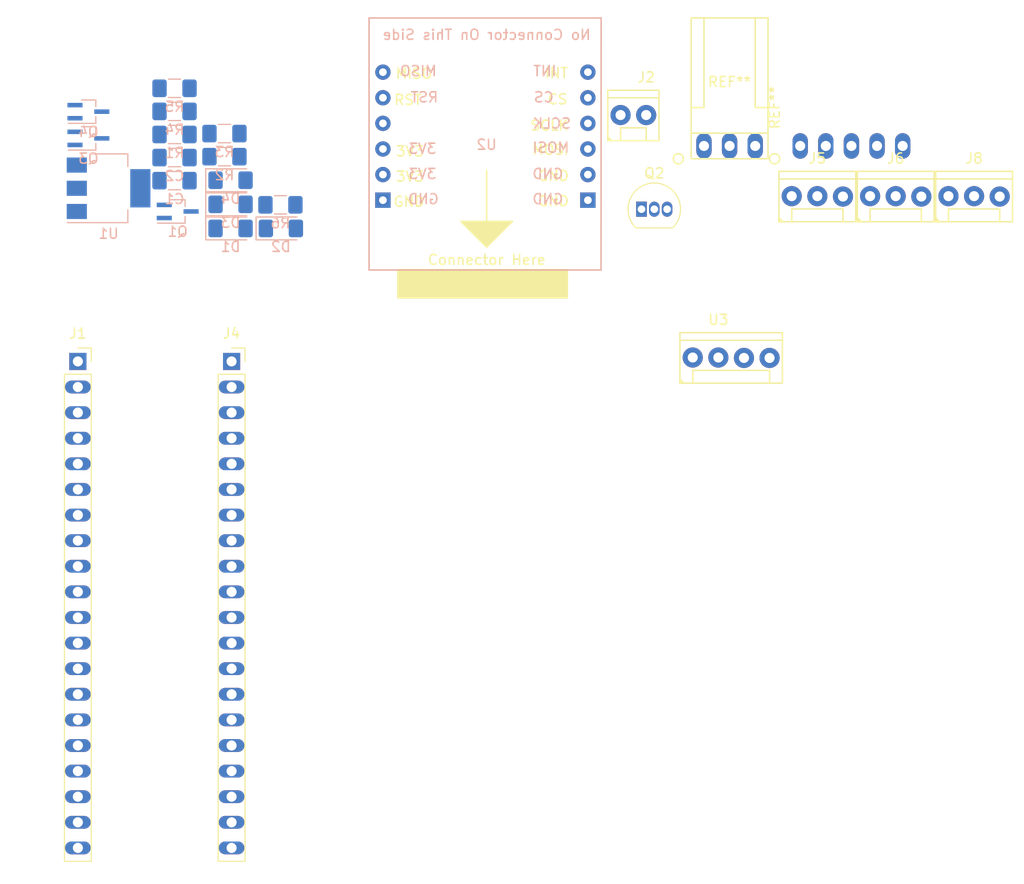
<source format=kicad_pcb>
(kicad_pcb (version 20171130) (host pcbnew "(5.0.1-3-g963ef8bb5)")

  (general
    (thickness 1.6)
    (drawings 7)
    (tracks 0)
    (zones 0)
    (modules 27)
    (nets 73)
  )

  (page A4)
  (layers
    (0 F.Cu signal)
    (31 B.Cu signal)
    (32 B.Adhes user)
    (33 F.Adhes user)
    (34 B.Paste user)
    (35 F.Paste user)
    (36 B.SilkS user)
    (37 F.SilkS user)
    (38 B.Mask user)
    (39 F.Mask user)
    (40 Dwgs.User user)
    (41 Cmts.User user)
    (42 Eco1.User user)
    (43 Eco2.User user)
    (44 Edge.Cuts user)
    (45 Margin user)
    (46 B.CrtYd user)
    (47 F.CrtYd user)
    (48 B.Fab user)
    (49 F.Fab user)
  )

  (setup
    (last_trace_width 0.25)
    (trace_clearance 0.2)
    (zone_clearance 0.508)
    (zone_45_only no)
    (trace_min 0.2)
    (segment_width 0.2)
    (edge_width 0.15)
    (via_size 0.8)
    (via_drill 0.4)
    (via_min_size 0.4)
    (via_min_drill 0.3)
    (uvia_size 0.3)
    (uvia_drill 0.1)
    (uvias_allowed no)
    (uvia_min_size 0.2)
    (uvia_min_drill 0.1)
    (pcb_text_width 0.3)
    (pcb_text_size 1.5 1.5)
    (mod_edge_width 0.15)
    (mod_text_size 1 1)
    (mod_text_width 0.15)
    (pad_size 1.524 1.524)
    (pad_drill 0.762)
    (pad_to_mask_clearance 0.051)
    (solder_mask_min_width 0.25)
    (aux_axis_origin 0 0)
    (visible_elements FFFFFF7F)
    (pcbplotparams
      (layerselection 0x010fc_ffffffff)
      (usegerberextensions false)
      (usegerberattributes false)
      (usegerberadvancedattributes false)
      (creategerberjobfile false)
      (excludeedgelayer true)
      (linewidth 0.100000)
      (plotframeref false)
      (viasonmask false)
      (mode 1)
      (useauxorigin false)
      (hpglpennumber 1)
      (hpglpenspeed 20)
      (hpglpendiameter 15.000000)
      (psnegative false)
      (psa4output false)
      (plotreference true)
      (plotvalue true)
      (plotinvisibletext false)
      (padsonsilk false)
      (subtractmaskfromsilk false)
      (outputformat 1)
      (mirror false)
      (drillshape 1)
      (scaleselection 1)
      (outputdirectory ""))
  )

  (net 0 "")
  (net 1 +5V)
  (net 2 GND)
  (net 3 +3V3)
  (net 4 "Net-(D1-Pad1)")
  (net 5 "Net-(D1-Pad2)")
  (net 6 "Net-(D2-Pad2)")
  (net 7 "Net-(D2-Pad1)")
  (net 8 "Net-(D3-Pad1)")
  (net 9 "Net-(D3-Pad2)")
  (net 10 "Net-(D4-Pad2)")
  (net 11 "Net-(J1-Pad2)")
  (net 12 "Net-(J1-Pad1)")
  (net 13 "Net-(J1-Pad3)")
  (net 14 "Net-(J1-Pad5)")
  (net 15 "Net-(J1-Pad4)")
  (net 16 "Net-(J1-Pad6)")
  (net 17 "Net-(J1-Pad7)")
  (net 18 "Net-(J1-Pad8)")
  (net 19 "Net-(J1-Pad9)")
  (net 20 "Net-(J1-Pad10)")
  (net 21 "Net-(J1-Pad11)")
  (net 22 "Net-(J1-Pad12)")
  (net 23 "Net-(J1-Pad13)")
  (net 24 "Net-(J1-Pad14)")
  (net 25 "Net-(J1-Pad15)")
  (net 26 "Net-(J1-Pad16)")
  (net 27 "Net-(J1-Pad17)")
  (net 28 +BATT)
  (net 29 "Net-(J3-Pad3)")
  (net 30 "Net-(J4-Pad20)")
  (net 31 "Net-(J4-Pad19)")
  (net 32 "Net-(J4-Pad18)")
  (net 33 "Net-(J4-Pad17)")
  (net 34 "Net-(J4-Pad16)")
  (net 35 "Net-(J4-Pad15)")
  (net 36 "Net-(J4-Pad14)")
  (net 37 "Net-(J4-Pad13)")
  (net 38 "Net-(J4-Pad12)")
  (net 39 "Net-(J4-Pad11)")
  (net 40 "Net-(J4-Pad10)")
  (net 41 "Net-(J4-Pad9)")
  (net 42 "Net-(J4-Pad8)")
  (net 43 "Net-(J4-Pad7)")
  (net 44 "Net-(J4-Pad6)")
  (net 45 "Net-(J4-Pad4)")
  (net 46 "Net-(J4-Pad5)")
  (net 47 /PWM_in_A)
  (net 48 /PWM_in_B)
  (net 49 "Net-(J6-Pad3)")
  (net 50 /PWM_out)
  (net 51 /A)
  (net 52 /B)
  (net 53 /O)
  (net 54 /TX)
  (net 55 /RX)
  (net 56 /led_hardfault)
  (net 57 /5V_logic)
  (net 58 /3.3V_logic)
  (net 59 /led_feedback)
  (net 60 "Net-(U2-Pad8)")
  (net 61 "Net-(U2-Pad7)")
  (net 62 "Net-(U2-Pad1)")
  (net 63 "Net-(U2-Pad2)")
  (net 64 "Net-(U2-Pad3)")
  (net 65 "Net-(U2-Pad4)")
  (net 66 /led_communication)
  (net 67 "Net-(J1-Pad20)")
  (net 68 "Net-(J4-Pad3)")
  (net 69 "Net-(U3-Pad2)")
  (net 70 "Net-(U3-Pad3)")
  (net 71 "Net-(U3-Pad4)")
  (net 72 GNDPWR)

  (net_class Default "Ceci est la Netclass par défaut."
    (clearance 0.2)
    (trace_width 0.25)
    (via_dia 0.8)
    (via_drill 0.4)
    (uvia_dia 0.3)
    (uvia_drill 0.1)
    (add_net +3V3)
    (add_net +5V)
    (add_net +BATT)
    (add_net /3.3V_logic)
    (add_net /5V_logic)
    (add_net /A)
    (add_net /B)
    (add_net /O)
    (add_net /PWM_in_A)
    (add_net /PWM_in_B)
    (add_net /PWM_out)
    (add_net /RX)
    (add_net /TX)
    (add_net /led_communication)
    (add_net /led_feedback)
    (add_net /led_hardfault)
    (add_net GND)
    (add_net GNDPWR)
    (add_net "Net-(D1-Pad1)")
    (add_net "Net-(D1-Pad2)")
    (add_net "Net-(D2-Pad1)")
    (add_net "Net-(D2-Pad2)")
    (add_net "Net-(D3-Pad1)")
    (add_net "Net-(D3-Pad2)")
    (add_net "Net-(D4-Pad2)")
    (add_net "Net-(J1-Pad1)")
    (add_net "Net-(J1-Pad10)")
    (add_net "Net-(J1-Pad11)")
    (add_net "Net-(J1-Pad12)")
    (add_net "Net-(J1-Pad13)")
    (add_net "Net-(J1-Pad14)")
    (add_net "Net-(J1-Pad15)")
    (add_net "Net-(J1-Pad16)")
    (add_net "Net-(J1-Pad17)")
    (add_net "Net-(J1-Pad2)")
    (add_net "Net-(J1-Pad20)")
    (add_net "Net-(J1-Pad3)")
    (add_net "Net-(J1-Pad4)")
    (add_net "Net-(J1-Pad5)")
    (add_net "Net-(J1-Pad6)")
    (add_net "Net-(J1-Pad7)")
    (add_net "Net-(J1-Pad8)")
    (add_net "Net-(J1-Pad9)")
    (add_net "Net-(J3-Pad3)")
    (add_net "Net-(J4-Pad10)")
    (add_net "Net-(J4-Pad11)")
    (add_net "Net-(J4-Pad12)")
    (add_net "Net-(J4-Pad13)")
    (add_net "Net-(J4-Pad14)")
    (add_net "Net-(J4-Pad15)")
    (add_net "Net-(J4-Pad16)")
    (add_net "Net-(J4-Pad17)")
    (add_net "Net-(J4-Pad18)")
    (add_net "Net-(J4-Pad19)")
    (add_net "Net-(J4-Pad20)")
    (add_net "Net-(J4-Pad3)")
    (add_net "Net-(J4-Pad4)")
    (add_net "Net-(J4-Pad5)")
    (add_net "Net-(J4-Pad6)")
    (add_net "Net-(J4-Pad7)")
    (add_net "Net-(J4-Pad8)")
    (add_net "Net-(J4-Pad9)")
    (add_net "Net-(J6-Pad3)")
    (add_net "Net-(U2-Pad1)")
    (add_net "Net-(U2-Pad2)")
    (add_net "Net-(U2-Pad3)")
    (add_net "Net-(U2-Pad4)")
    (add_net "Net-(U2-Pad7)")
    (add_net "Net-(U2-Pad8)")
    (add_net "Net-(U3-Pad2)")
    (add_net "Net-(U3-Pad3)")
    (add_net "Net-(U3-Pad4)")
  )

  (module @Robot:HE14-4-straight (layer F.Cu) (tedit 5C44A605) (tstamp 5C8D6421)
    (at 180.34 74.93)
    (tags "HE14 3 straight connector 1x3")
    (path /5C44F9E5)
    (fp_text reference U3 (at 0 -3) (layer F.SilkS)
      (effects (font (size 1 1) (thickness 0.15)))
    )
    (fp_text value servo_connector (at 0 5) (layer F.Fab)
      (effects (font (size 1 1) (thickness 0.15)))
    )
    (fp_line (start 6.35 3.283747) (end -3.81 3.283747) (layer F.CrtYd) (width 0.15))
    (fp_line (start 6.35 -1.716253) (end -3.81 -1.716253) (layer F.CrtYd) (width 0.15))
    (fp_line (start 6.35 3.283747) (end 6.35 -1.716253) (layer F.SilkS) (width 0.15))
    (fp_line (start -3.81 3.283747) (end -3.81 -1.716253) (layer F.SilkS) (width 0.15))
    (fp_poly (pts (xy -3.41 3.283747) (xy -3.81 2.883747) (xy -3.81 3.283747)) (layer F.SilkS) (width 0.15))
    (fp_line (start 5.08 2.013747) (end -2.54 2.013747) (layer F.SilkS) (width 0.15))
    (fp_line (start 6.35 -0.966253) (end -3.81 -0.966253) (layer F.SilkS) (width 0.15))
    (fp_line (start 5.08 3.283747) (end 5.08 2.013747) (layer F.SilkS) (width 0.15))
    (fp_line (start -2.54 2.013747) (end -2.54 3.283747) (layer F.SilkS) (width 0.15))
    (fp_line (start 6.35 -1.716253) (end -3.81 -1.716253) (layer F.SilkS) (width 0.15))
    (fp_line (start 6.35 -1.716253) (end 6.35 3.283747) (layer F.CrtYd) (width 0.15))
    (fp_line (start 6.35 3.283747) (end -3.81 3.283747) (layer F.SilkS) (width 0.15))
    (fp_line (start -3.81 3.283747) (end -3.81 -1.716253) (layer F.CrtYd) (width 0.15))
    (pad 3 thru_hole circle (at 2.54 0.783747 180) (size 2 2) (drill 1) (layers *.Cu *.Mask)
      (net 70 "Net-(U3-Pad3)"))
    (pad 2 thru_hole circle (at 0 0.743747 180) (size 2 2) (drill 1) (layers *.Cu *.Mask)
      (net 69 "Net-(U3-Pad2)"))
    (pad 1 thru_hole circle (at -2.54 0.743747 180) (size 2 2) (drill 1) (layers *.Cu *.Mask)
      (net 2 GND))
    (pad 4 thru_hole circle (at 5.08 0.783747 180) (size 2 2) (drill 1) (layers *.Cu *.Mask)
      (net 71 "Net-(U3-Pad4)"))
    (model ${KIROBOT}/@Robot.3D/HE14/c-281695-3-k-3d.igs
      (offset (xyz 0 -0.7492999887466431 10.79499983787537))
      (scale (xyz 1 1 1))
      (rotate (xyz 0 0 0))
    )
  )

  (module @Robot:HE14-2-straight (layer F.Cu) (tedit 5C44AB67) (tstamp 5C8D5BC1)
    (at 173.185001 50.875001)
    (tags "HE14 3 straight connector 1x3")
    (path /5BED9A92)
    (fp_text reference J2 (at 0 -3) (layer F.SilkS)
      (effects (font (size 1 1) (thickness 0.15)))
    )
    (fp_text value "Alim puissance" (at 0 5) (layer F.Fab)
      (effects (font (size 1 1) (thickness 0.15)))
    )
    (fp_line (start 1.27 3.283747) (end -3.81 3.283747) (layer F.CrtYd) (width 0.15))
    (fp_line (start 1.27 -1.716253) (end -3.81 -1.716253) (layer F.CrtYd) (width 0.15))
    (fp_line (start 1.27 3.283747) (end 1.27 -1.716253) (layer F.SilkS) (width 0.15))
    (fp_line (start -3.81 3.283747) (end -3.81 -1.716253) (layer F.SilkS) (width 0.15))
    (fp_poly (pts (xy -3.41 3.283747) (xy -3.81 2.883747) (xy -3.81 3.283747)) (layer F.SilkS) (width 0.15))
    (fp_line (start 0 2.013747) (end -2.54 2.013747) (layer F.SilkS) (width 0.15))
    (fp_line (start 1.27 -0.966253) (end -3.81 -0.966253) (layer F.SilkS) (width 0.15))
    (fp_line (start 0 3.283747) (end 0 2.013747) (layer F.SilkS) (width 0.15))
    (fp_line (start -2.54 2.013747) (end -2.54 3.283747) (layer F.SilkS) (width 0.15))
    (fp_line (start 1.27 -1.716253) (end -3.81 -1.716253) (layer F.SilkS) (width 0.15))
    (fp_line (start 1.27 -1.716253) (end 1.27 3.283747) (layer F.CrtYd) (width 0.15))
    (fp_line (start 1.27 3.283747) (end -3.81 3.283747) (layer F.SilkS) (width 0.15))
    (fp_line (start -3.81 3.283747) (end -3.81 -1.716253) (layer F.CrtYd) (width 0.15))
    (pad 2 thru_hole circle (at 0 0.743747 180) (size 2 2) (drill 1) (layers *.Cu *.Mask)
      (net 28 +BATT))
    (pad 1 thru_hole circle (at -2.54 0.743747 180) (size 2 2) (drill 1) (layers *.Cu *.Mask)
      (net 72 GNDPWR))
    (model ${KIROBOT}/@Robot.3D/HE14/c-281695-3-k-3d.igs
      (offset (xyz 0 -0.7492999887466431 10.79499983787537))
      (scale (xyz 1 1 1))
      (rotate (xyz 0 0 0))
    )
  )

  (module Capacitor_SMD:C_1206_3216Metric_Pad1.42x1.75mm_HandSolder (layer B.Cu) (tedit 5B301BBE) (tstamp 5C5D2A9D)
    (at 126.42289 58.12741)
    (descr "Capacitor SMD 1206 (3216 Metric), square (rectangular) end terminal, IPC_7351 nominal with elongated pad for handsoldering. (Body size source: http://www.tortai-tech.com/upload/download/2011102023233369053.pdf), generated with kicad-footprint-generator")
    (tags "capacitor handsolder")
    (path /5C093824)
    (attr smd)
    (fp_text reference C1 (at 0 1.82) (layer B.SilkS)
      (effects (font (size 1 1) (thickness 0.15)) (justify mirror))
    )
    (fp_text value 1u (at 0 -1.82) (layer B.Fab)
      (effects (font (size 1 1) (thickness 0.15)) (justify mirror))
    )
    (fp_line (start -1.6 -0.8) (end -1.6 0.8) (layer B.Fab) (width 0.1))
    (fp_line (start -1.6 0.8) (end 1.6 0.8) (layer B.Fab) (width 0.1))
    (fp_line (start 1.6 0.8) (end 1.6 -0.8) (layer B.Fab) (width 0.1))
    (fp_line (start 1.6 -0.8) (end -1.6 -0.8) (layer B.Fab) (width 0.1))
    (fp_line (start -0.602064 0.91) (end 0.602064 0.91) (layer B.SilkS) (width 0.12))
    (fp_line (start -0.602064 -0.91) (end 0.602064 -0.91) (layer B.SilkS) (width 0.12))
    (fp_line (start -2.45 -1.12) (end -2.45 1.12) (layer B.CrtYd) (width 0.05))
    (fp_line (start -2.45 1.12) (end 2.45 1.12) (layer B.CrtYd) (width 0.05))
    (fp_line (start 2.45 1.12) (end 2.45 -1.12) (layer B.CrtYd) (width 0.05))
    (fp_line (start 2.45 -1.12) (end -2.45 -1.12) (layer B.CrtYd) (width 0.05))
    (fp_text user %R (at 0 0) (layer B.Fab)
      (effects (font (size 0.8 0.8) (thickness 0.12)) (justify mirror))
    )
    (pad 1 smd roundrect (at -1.4875 0) (size 1.425 1.75) (layers B.Cu B.Paste B.Mask) (roundrect_rratio 0.175439)
      (net 1 +5V))
    (pad 2 smd roundrect (at 1.4875 0) (size 1.425 1.75) (layers B.Cu B.Paste B.Mask) (roundrect_rratio 0.175439)
      (net 2 GND))
    (model ${KISYS3DMOD}/Capacitor_SMD.3dshapes/C_1206_3216Metric.wrl
      (at (xyz 0 0 0))
      (scale (xyz 1 1 1))
      (rotate (xyz 0 0 0))
    )
  )

  (module Capacitor_SMD:C_1206_3216Metric_Pad1.42x1.75mm_HandSolder (layer B.Cu) (tedit 5B301BBE) (tstamp 5C5D2AAE)
    (at 126.42289 55.83741)
    (descr "Capacitor SMD 1206 (3216 Metric), square (rectangular) end terminal, IPC_7351 nominal with elongated pad for handsoldering. (Body size source: http://www.tortai-tech.com/upload/download/2011102023233369053.pdf), generated with kicad-footprint-generator")
    (tags "capacitor handsolder")
    (path /5C129261)
    (attr smd)
    (fp_text reference C2 (at 0 1.82) (layer B.SilkS)
      (effects (font (size 1 1) (thickness 0.15)) (justify mirror))
    )
    (fp_text value 1u (at 0 -1.82) (layer B.Fab)
      (effects (font (size 1 1) (thickness 0.15)) (justify mirror))
    )
    (fp_text user %R (at 0 0) (layer B.Fab)
      (effects (font (size 0.8 0.8) (thickness 0.12)) (justify mirror))
    )
    (fp_line (start 2.45 -1.12) (end -2.45 -1.12) (layer B.CrtYd) (width 0.05))
    (fp_line (start 2.45 1.12) (end 2.45 -1.12) (layer B.CrtYd) (width 0.05))
    (fp_line (start -2.45 1.12) (end 2.45 1.12) (layer B.CrtYd) (width 0.05))
    (fp_line (start -2.45 -1.12) (end -2.45 1.12) (layer B.CrtYd) (width 0.05))
    (fp_line (start -0.602064 -0.91) (end 0.602064 -0.91) (layer B.SilkS) (width 0.12))
    (fp_line (start -0.602064 0.91) (end 0.602064 0.91) (layer B.SilkS) (width 0.12))
    (fp_line (start 1.6 -0.8) (end -1.6 -0.8) (layer B.Fab) (width 0.1))
    (fp_line (start 1.6 0.8) (end 1.6 -0.8) (layer B.Fab) (width 0.1))
    (fp_line (start -1.6 0.8) (end 1.6 0.8) (layer B.Fab) (width 0.1))
    (fp_line (start -1.6 -0.8) (end -1.6 0.8) (layer B.Fab) (width 0.1))
    (pad 2 smd roundrect (at 1.4875 0) (size 1.425 1.75) (layers B.Cu B.Paste B.Mask) (roundrect_rratio 0.175439)
      (net 2 GND))
    (pad 1 smd roundrect (at -1.4875 0) (size 1.425 1.75) (layers B.Cu B.Paste B.Mask) (roundrect_rratio 0.175439)
      (net 3 +3V3))
    (model ${KISYS3DMOD}/Capacitor_SMD.3dshapes/C_1206_3216Metric.wrl
      (at (xyz 0 0 0))
      (scale (xyz 1 1 1))
      (rotate (xyz 0 0 0))
    )
  )

  (module LED_SMD:LED_1206_3216Metric_Pad1.42x1.75mm_HandSolder (layer B.Cu) (tedit 5B4B45C9) (tstamp 5C5D2AC1)
    (at 131.97789 62.86741)
    (descr "LED SMD 1206 (3216 Metric), square (rectangular) end terminal, IPC_7351 nominal, (Body size source: http://www.tortai-tech.com/upload/download/2011102023233369053.pdf), generated with kicad-footprint-generator")
    (tags "LED handsolder")
    (path /5BEDAB75)
    (attr smd)
    (fp_text reference D1 (at 0 1.82) (layer B.SilkS)
      (effects (font (size 1 1) (thickness 0.15)) (justify mirror))
    )
    (fp_text value LED_hardfault_jaune (at 0 -1.82) (layer B.Fab)
      (effects (font (size 1 1) (thickness 0.15)) (justify mirror))
    )
    (fp_line (start 1.6 0.8) (end -1.2 0.8) (layer B.Fab) (width 0.1))
    (fp_line (start -1.2 0.8) (end -1.6 0.4) (layer B.Fab) (width 0.1))
    (fp_line (start -1.6 0.4) (end -1.6 -0.8) (layer B.Fab) (width 0.1))
    (fp_line (start -1.6 -0.8) (end 1.6 -0.8) (layer B.Fab) (width 0.1))
    (fp_line (start 1.6 -0.8) (end 1.6 0.8) (layer B.Fab) (width 0.1))
    (fp_line (start 1.6 1.135) (end -2.46 1.135) (layer B.SilkS) (width 0.12))
    (fp_line (start -2.46 1.135) (end -2.46 -1.135) (layer B.SilkS) (width 0.12))
    (fp_line (start -2.46 -1.135) (end 1.6 -1.135) (layer B.SilkS) (width 0.12))
    (fp_line (start -2.45 -1.12) (end -2.45 1.12) (layer B.CrtYd) (width 0.05))
    (fp_line (start -2.45 1.12) (end 2.45 1.12) (layer B.CrtYd) (width 0.05))
    (fp_line (start 2.45 1.12) (end 2.45 -1.12) (layer B.CrtYd) (width 0.05))
    (fp_line (start 2.45 -1.12) (end -2.45 -1.12) (layer B.CrtYd) (width 0.05))
    (fp_text user %R (at 0 0) (layer B.Fab)
      (effects (font (size 0.8 0.8) (thickness 0.12)) (justify mirror))
    )
    (pad 1 smd roundrect (at -1.4875 0) (size 1.425 1.75) (layers B.Cu B.Paste B.Mask) (roundrect_rratio 0.175439)
      (net 4 "Net-(D1-Pad1)"))
    (pad 2 smd roundrect (at 1.4875 0) (size 1.425 1.75) (layers B.Cu B.Paste B.Mask) (roundrect_rratio 0.175439)
      (net 5 "Net-(D1-Pad2)"))
    (model ${KISYS3DMOD}/LED_SMD.3dshapes/LED_1206_3216Metric.wrl
      (at (xyz 0 0 0))
      (scale (xyz 1 1 1))
      (rotate (xyz 0 0 0))
    )
  )

  (module LED_SMD:LED_1206_3216Metric_Pad1.42x1.75mm_HandSolder (layer B.Cu) (tedit 5B4B45C9) (tstamp 5C5D2AD4)
    (at 136.96789 62.86741)
    (descr "LED SMD 1206 (3216 Metric), square (rectangular) end terminal, IPC_7351 nominal, (Body size source: http://www.tortai-tech.com/upload/download/2011102023233369053.pdf), generated with kicad-footprint-generator")
    (tags "LED handsolder")
    (path /5C36A160)
    (attr smd)
    (fp_text reference D2 (at 0 1.82) (layer B.SilkS)
      (effects (font (size 1 1) (thickness 0.15)) (justify mirror))
    )
    (fp_text value LED_communication_vert (at 0 -1.82) (layer B.Fab)
      (effects (font (size 1 1) (thickness 0.15)) (justify mirror))
    )
    (fp_text user %R (at 0 0) (layer B.Fab)
      (effects (font (size 0.8 0.8) (thickness 0.12)) (justify mirror))
    )
    (fp_line (start 2.45 -1.12) (end -2.45 -1.12) (layer B.CrtYd) (width 0.05))
    (fp_line (start 2.45 1.12) (end 2.45 -1.12) (layer B.CrtYd) (width 0.05))
    (fp_line (start -2.45 1.12) (end 2.45 1.12) (layer B.CrtYd) (width 0.05))
    (fp_line (start -2.45 -1.12) (end -2.45 1.12) (layer B.CrtYd) (width 0.05))
    (fp_line (start -2.46 -1.135) (end 1.6 -1.135) (layer B.SilkS) (width 0.12))
    (fp_line (start -2.46 1.135) (end -2.46 -1.135) (layer B.SilkS) (width 0.12))
    (fp_line (start 1.6 1.135) (end -2.46 1.135) (layer B.SilkS) (width 0.12))
    (fp_line (start 1.6 -0.8) (end 1.6 0.8) (layer B.Fab) (width 0.1))
    (fp_line (start -1.6 -0.8) (end 1.6 -0.8) (layer B.Fab) (width 0.1))
    (fp_line (start -1.6 0.4) (end -1.6 -0.8) (layer B.Fab) (width 0.1))
    (fp_line (start -1.2 0.8) (end -1.6 0.4) (layer B.Fab) (width 0.1))
    (fp_line (start 1.6 0.8) (end -1.2 0.8) (layer B.Fab) (width 0.1))
    (pad 2 smd roundrect (at 1.4875 0) (size 1.425 1.75) (layers B.Cu B.Paste B.Mask) (roundrect_rratio 0.175439)
      (net 6 "Net-(D2-Pad2)"))
    (pad 1 smd roundrect (at -1.4875 0) (size 1.425 1.75) (layers B.Cu B.Paste B.Mask) (roundrect_rratio 0.175439)
      (net 7 "Net-(D2-Pad1)"))
    (model ${KISYS3DMOD}/LED_SMD.3dshapes/LED_1206_3216Metric.wrl
      (at (xyz 0 0 0))
      (scale (xyz 1 1 1))
      (rotate (xyz 0 0 0))
    )
  )

  (module LED_SMD:LED_1206_3216Metric_Pad1.42x1.75mm_HandSolder (layer B.Cu) (tedit 5B4B45C9) (tstamp 5C5D2AE7)
    (at 131.97789 60.47741)
    (descr "LED SMD 1206 (3216 Metric), square (rectangular) end terminal, IPC_7351 nominal, (Body size source: http://www.tortai-tech.com/upload/download/2011102023233369053.pdf), generated with kicad-footprint-generator")
    (tags "LED handsolder")
    (path /5C36B30F)
    (attr smd)
    (fp_text reference D3 (at 0 1.82) (layer B.SilkS)
      (effects (font (size 1 1) (thickness 0.15)) (justify mirror))
    )
    (fp_text value led_feedback_vert (at 0 -1.82) (layer B.Fab)
      (effects (font (size 1 1) (thickness 0.15)) (justify mirror))
    )
    (fp_line (start 1.6 0.8) (end -1.2 0.8) (layer B.Fab) (width 0.1))
    (fp_line (start -1.2 0.8) (end -1.6 0.4) (layer B.Fab) (width 0.1))
    (fp_line (start -1.6 0.4) (end -1.6 -0.8) (layer B.Fab) (width 0.1))
    (fp_line (start -1.6 -0.8) (end 1.6 -0.8) (layer B.Fab) (width 0.1))
    (fp_line (start 1.6 -0.8) (end 1.6 0.8) (layer B.Fab) (width 0.1))
    (fp_line (start 1.6 1.135) (end -2.46 1.135) (layer B.SilkS) (width 0.12))
    (fp_line (start -2.46 1.135) (end -2.46 -1.135) (layer B.SilkS) (width 0.12))
    (fp_line (start -2.46 -1.135) (end 1.6 -1.135) (layer B.SilkS) (width 0.12))
    (fp_line (start -2.45 -1.12) (end -2.45 1.12) (layer B.CrtYd) (width 0.05))
    (fp_line (start -2.45 1.12) (end 2.45 1.12) (layer B.CrtYd) (width 0.05))
    (fp_line (start 2.45 1.12) (end 2.45 -1.12) (layer B.CrtYd) (width 0.05))
    (fp_line (start 2.45 -1.12) (end -2.45 -1.12) (layer B.CrtYd) (width 0.05))
    (fp_text user %R (at 0 0) (layer B.Fab)
      (effects (font (size 0.8 0.8) (thickness 0.12)) (justify mirror))
    )
    (pad 1 smd roundrect (at -1.4875 0) (size 1.425 1.75) (layers B.Cu B.Paste B.Mask) (roundrect_rratio 0.175439)
      (net 8 "Net-(D3-Pad1)"))
    (pad 2 smd roundrect (at 1.4875 0) (size 1.425 1.75) (layers B.Cu B.Paste B.Mask) (roundrect_rratio 0.175439)
      (net 9 "Net-(D3-Pad2)"))
    (model ${KISYS3DMOD}/LED_SMD.3dshapes/LED_1206_3216Metric.wrl
      (at (xyz 0 0 0))
      (scale (xyz 1 1 1))
      (rotate (xyz 0 0 0))
    )
  )

  (module LED_SMD:LED_1206_3216Metric_Pad1.42x1.75mm_HandSolder (layer B.Cu) (tedit 5B4B45C9) (tstamp 5C5D2AFA)
    (at 131.97789 58.08741)
    (descr "LED SMD 1206 (3216 Metric), square (rectangular) end terminal, IPC_7351 nominal, (Body size source: http://www.tortai-tech.com/upload/download/2011102023233369053.pdf), generated with kicad-footprint-generator")
    (tags "LED handsolder")
    (path /5C36B337)
    (attr smd)
    (fp_text reference D4 (at 0 1.82) (layer B.SilkS)
      (effects (font (size 1 1) (thickness 0.15)) (justify mirror))
    )
    (fp_text value LED_alimentation_rouge (at 0 -1.82) (layer B.Fab)
      (effects (font (size 1 1) (thickness 0.15)) (justify mirror))
    )
    (fp_text user %R (at 0 0) (layer B.Fab)
      (effects (font (size 0.8 0.8) (thickness 0.12)) (justify mirror))
    )
    (fp_line (start 2.45 -1.12) (end -2.45 -1.12) (layer B.CrtYd) (width 0.05))
    (fp_line (start 2.45 1.12) (end 2.45 -1.12) (layer B.CrtYd) (width 0.05))
    (fp_line (start -2.45 1.12) (end 2.45 1.12) (layer B.CrtYd) (width 0.05))
    (fp_line (start -2.45 -1.12) (end -2.45 1.12) (layer B.CrtYd) (width 0.05))
    (fp_line (start -2.46 -1.135) (end 1.6 -1.135) (layer B.SilkS) (width 0.12))
    (fp_line (start -2.46 1.135) (end -2.46 -1.135) (layer B.SilkS) (width 0.12))
    (fp_line (start 1.6 1.135) (end -2.46 1.135) (layer B.SilkS) (width 0.12))
    (fp_line (start 1.6 -0.8) (end 1.6 0.8) (layer B.Fab) (width 0.1))
    (fp_line (start -1.6 -0.8) (end 1.6 -0.8) (layer B.Fab) (width 0.1))
    (fp_line (start -1.6 0.4) (end -1.6 -0.8) (layer B.Fab) (width 0.1))
    (fp_line (start -1.2 0.8) (end -1.6 0.4) (layer B.Fab) (width 0.1))
    (fp_line (start 1.6 0.8) (end -1.2 0.8) (layer B.Fab) (width 0.1))
    (pad 2 smd roundrect (at 1.4875 0) (size 1.425 1.75) (layers B.Cu B.Paste B.Mask) (roundrect_rratio 0.175439)
      (net 10 "Net-(D4-Pad2)"))
    (pad 1 smd roundrect (at -1.4875 0) (size 1.425 1.75) (layers B.Cu B.Paste B.Mask) (roundrect_rratio 0.175439)
      (net 2 GND))
    (model ${KISYS3DMOD}/LED_SMD.3dshapes/LED_1206_3216Metric.wrl
      (at (xyz 0 0 0))
      (scale (xyz 1 1 1))
      (rotate (xyz 0 0 0))
    )
  )

  (module @Robot:PinSocket_1x20_P2.54mm_Vertical_Long_Pads locked (layer F.Cu) (tedit 5C366415) (tstamp 5C5D2B22)
    (at 116.84 76.06)
    (descr "Through hole straight socket strip, 1x20, 2.54mm pitch, single row (from Kicad 4.0.7), script generated")
    (tags "Through hole socket strip THT 1x20 2.54mm single row")
    (path /5C0965A6)
    (fp_text reference J1 (at 0 -2.77) (layer F.SilkS)
      (effects (font (size 1 1) (thickness 0.15)))
    )
    (fp_text value Conn_01x20_Female (at 0 51.03) (layer F.Fab)
      (effects (font (size 1 1) (thickness 0.15)))
    )
    (fp_line (start -1.27 -1.27) (end 0.635 -1.27) (layer F.Fab) (width 0.1))
    (fp_line (start 0.635 -1.27) (end 1.27 -0.635) (layer F.Fab) (width 0.1))
    (fp_line (start 1.27 -0.635) (end 1.27 49.53) (layer F.Fab) (width 0.1))
    (fp_line (start 1.27 49.53) (end -1.27 49.53) (layer F.Fab) (width 0.1))
    (fp_line (start -1.27 49.53) (end -1.27 -1.27) (layer F.Fab) (width 0.1))
    (fp_line (start -1.33 1.27) (end 1.33 1.27) (layer F.SilkS) (width 0.12))
    (fp_line (start -1.33 1.27) (end -1.33 49.59) (layer F.SilkS) (width 0.12))
    (fp_line (start -1.33 49.59) (end 1.33 49.59) (layer F.SilkS) (width 0.12))
    (fp_line (start 1.33 1.27) (end 1.33 49.59) (layer F.SilkS) (width 0.12))
    (fp_line (start 1.33 -1.33) (end 1.33 0) (layer F.SilkS) (width 0.12))
    (fp_line (start 0 -1.33) (end 1.33 -1.33) (layer F.SilkS) (width 0.12))
    (fp_line (start -1.8 -1.8) (end 1.75 -1.8) (layer F.CrtYd) (width 0.05))
    (fp_line (start 1.75 -1.8) (end 1.75 50) (layer F.CrtYd) (width 0.05))
    (fp_line (start 1.75 50) (end -1.8 50) (layer F.CrtYd) (width 0.05))
    (fp_line (start -1.8 50) (end -1.8 -1.8) (layer F.CrtYd) (width 0.05))
    (fp_text user %R (at 0 24.13 90) (layer F.Fab)
      (effects (font (size 1 1) (thickness 0.15)))
    )
    (pad 2 thru_hole oval (at 0 2.54) (size 2.54 1.27) (drill 1) (layers *.Cu *.Mask)
      (net 11 "Net-(J1-Pad2)"))
    (pad 1 thru_hole rect (at 0 0) (size 1.7 1.7) (drill 1) (layers *.Cu *.Mask)
      (net 12 "Net-(J1-Pad1)"))
    (pad 3 thru_hole oval (at 0 5.08) (size 2.54 1.27) (drill 1) (layers *.Cu *.Mask)
      (net 13 "Net-(J1-Pad3)"))
    (pad 5 thru_hole oval (at 0 10.16) (size 2.54 1.27) (drill 1) (layers *.Cu *.Mask)
      (net 14 "Net-(J1-Pad5)"))
    (pad 4 thru_hole oval (at 0 7.62) (size 2.54 1.27) (drill 1) (layers *.Cu *.Mask)
      (net 15 "Net-(J1-Pad4)"))
    (pad 6 thru_hole oval (at 0 12.7) (size 2.54 1.27) (drill 1) (layers *.Cu *.Mask)
      (net 16 "Net-(J1-Pad6)"))
    (pad 7 thru_hole oval (at 0 15.24) (size 2.54 1.27) (drill 1) (layers *.Cu *.Mask)
      (net 17 "Net-(J1-Pad7)"))
    (pad 8 thru_hole oval (at 0 17.78) (size 2.54 1.27) (drill 1) (layers *.Cu *.Mask)
      (net 18 "Net-(J1-Pad8)"))
    (pad 9 thru_hole oval (at 0 20.32) (size 2.54 1.27) (drill 1) (layers *.Cu *.Mask)
      (net 19 "Net-(J1-Pad9)"))
    (pad 10 thru_hole oval (at 0 22.86) (size 2.54 1.27) (drill 1) (layers *.Cu *.Mask)
      (net 20 "Net-(J1-Pad10)"))
    (pad 11 thru_hole oval (at 0 25.4) (size 2.54 1.27) (drill 1) (layers *.Cu *.Mask)
      (net 21 "Net-(J1-Pad11)"))
    (pad 12 thru_hole oval (at 0 27.94) (size 2.54 1.27) (drill 1) (layers *.Cu *.Mask)
      (net 22 "Net-(J1-Pad12)"))
    (pad 13 thru_hole oval (at 0 30.48) (size 2.54 1.27) (drill 1) (layers *.Cu *.Mask)
      (net 23 "Net-(J1-Pad13)"))
    (pad 14 thru_hole oval (at 0 33.02) (size 2.54 1.27) (drill 1) (layers *.Cu *.Mask)
      (net 24 "Net-(J1-Pad14)"))
    (pad 15 thru_hole oval (at 0 35.56) (size 2.54 1.27) (drill 1) (layers *.Cu *.Mask)
      (net 25 "Net-(J1-Pad15)"))
    (pad 16 thru_hole oval (at 0 38.1) (size 2.54 1.27) (drill 1) (layers *.Cu *.Mask)
      (net 26 "Net-(J1-Pad16)"))
    (pad 17 thru_hole oval (at 0 40.64) (size 2.54 1.27) (drill 1) (layers *.Cu *.Mask)
      (net 27 "Net-(J1-Pad17)"))
    (pad 18 thru_hole oval (at 0 43.18) (size 2.54 1.27) (drill 1) (layers *.Cu *.Mask)
      (net 1 +5V))
    (pad 19 thru_hole oval (at 0 45.72) (size 2.54 1.27) (drill 1) (layers *.Cu *.Mask)
      (net 2 GND))
    (pad 20 thru_hole oval (at 0 48.26) (size 2.54 1.27) (drill 1) (layers *.Cu *.Mask)
      (net 67 "Net-(J1-Pad20)"))
    (model ${KISYS3DMOD}/Connector_PinSocket_2.54mm.3dshapes/PinSocket_1x20_P2.54mm_Vertical.wrl
      (at (xyz 0 0 0))
      (scale (xyz 1 1 1))
      (rotate (xyz 0 0 0))
    )
  )

  (module @Robot:HE14-3_horizontal (layer F.Cu) (tedit 5C3B6962) (tstamp 5C5D2B5B)
    (at 181.455001 50.875001)
    (tags "HE13 3 logique")
    (path /5C08F1FF)
    (fp_text reference J3 (at 0 -2.54) (layer F.SilkS) hide
      (effects (font (size 1 1) (thickness 0.15)))
    )
    (fp_text value "Alim logique" (at 0 1.27 180) (layer F.Fab) hide
      (effects (font (size 1 1) (thickness 0.15)))
    )
    (fp_text user REF** (at 0 -2.54 180) (layer F.SilkS)
      (effects (font (size 1 1) (thickness 0.15)))
    )
    (fp_line (start 3.81 2.54) (end -3.81 2.54) (layer F.Fab) (width 0.15))
    (fp_line (start 2.54 0) (end 3.81 0) (layer F.Fab) (width 0.15))
    (fp_line (start 2.54 -8.89) (end 2.54 0) (layer F.Fab) (width 0.15))
    (fp_line (start -2.54 0) (end -3.81 0) (layer F.Fab) (width 0.15))
    (fp_line (start -2.54 -8.89) (end -2.54 0) (layer F.Fab) (width 0.15))
    (fp_line (start 3.81 -8.89) (end -3.81 -8.89) (layer F.Fab) (width 0.15))
    (fp_line (start 3.81 5.08) (end 3.81 -8.89) (layer F.Fab) (width 0.15))
    (fp_line (start -3.81 5.08) (end 3.81 5.08) (layer F.Fab) (width 0.15))
    (fp_line (start -3.81 -8.89) (end -3.81 5.08) (layer F.Fab) (width 0.15))
    (fp_circle (center -5.08 5.08) (end -4.58 5.08) (layer F.SilkS) (width 0.15))
    (fp_line (start 3.81 2.54) (end 3.81 5.08) (layer F.SilkS) (width 0.15))
    (fp_line (start 3.81 5.08) (end -3.81 5.08) (layer F.SilkS) (width 0.15))
    (fp_line (start -3.81 5.08) (end -3.81 2.54) (layer F.SilkS) (width 0.15))
    (fp_line (start -3.81 2.54) (end 3.81 2.54) (layer F.SilkS) (width 0.15))
    (fp_line (start 3.81 -8.89) (end 3.81 2.54) (layer F.SilkS) (width 0.15))
    (fp_line (start 3.81 -8.89) (end -3.81 -8.89) (layer F.SilkS) (width 0.15))
    (fp_line (start -3.81 -8.89) (end -3.81 2.54) (layer F.SilkS) (width 0.15))
    (fp_line (start -3.81 0) (end -2.54 0) (layer F.SilkS) (width 0.15))
    (fp_line (start -2.54 0) (end -2.54 -8.89) (layer F.SilkS) (width 0.15))
    (fp_line (start 2.54 -8.89) (end 2.54 0) (layer F.SilkS) (width 0.15))
    (fp_line (start 2.54 0) (end 3.81 0) (layer F.SilkS) (width 0.15))
    (pad 2 thru_hole oval (at 0 3.81) (size 1.524 2.54) (drill 1) (layers *.Cu *.Mask)
      (net 1 +5V))
    (pad 1 thru_hole oval (at -2.54 3.81) (size 1.524 2.54) (drill 1) (layers *.Cu *.Mask)
      (net 2 GND))
    (pad 3 thru_hole oval (at 2.54 3.81) (size 1.524 2.54) (drill 1) (layers *.Cu *.Mask)
      (net 29 "Net-(J3-Pad3)"))
    (model ${KIROBOT}/@Robot.3D/HE14/c-281698-3-g-3d.stp
      (offset (xyz 0 9 3))
      (scale (xyz 1 1 1))
      (rotate (xyz -90 0 180))
    )
  )

  (module @Robot:PinSocket_1x20_P2.54mm_Vertical_Long_Pads locked (layer F.Cu) (tedit 5C366415) (tstamp 5C5D2B83)
    (at 132.08 76.06)
    (descr "Through hole straight socket strip, 1x20, 2.54mm pitch, single row (from Kicad 4.0.7), script generated")
    (tags "Through hole socket strip THT 1x20 2.54mm single row")
    (path /5C096C54)
    (fp_text reference J4 (at 0 -2.77) (layer F.SilkS)
      (effects (font (size 1 1) (thickness 0.15)))
    )
    (fp_text value Conn_01x20_Female (at 0 51.03) (layer F.Fab)
      (effects (font (size 1 1) (thickness 0.15)))
    )
    (fp_text user %R (at 0 24.13 90) (layer F.Fab)
      (effects (font (size 1 1) (thickness 0.15)))
    )
    (fp_line (start -1.8 50) (end -1.8 -1.8) (layer F.CrtYd) (width 0.05))
    (fp_line (start 1.75 50) (end -1.8 50) (layer F.CrtYd) (width 0.05))
    (fp_line (start 1.75 -1.8) (end 1.75 50) (layer F.CrtYd) (width 0.05))
    (fp_line (start -1.8 -1.8) (end 1.75 -1.8) (layer F.CrtYd) (width 0.05))
    (fp_line (start 0 -1.33) (end 1.33 -1.33) (layer F.SilkS) (width 0.12))
    (fp_line (start 1.33 -1.33) (end 1.33 0) (layer F.SilkS) (width 0.12))
    (fp_line (start 1.33 1.27) (end 1.33 49.59) (layer F.SilkS) (width 0.12))
    (fp_line (start -1.33 49.59) (end 1.33 49.59) (layer F.SilkS) (width 0.12))
    (fp_line (start -1.33 1.27) (end -1.33 49.59) (layer F.SilkS) (width 0.12))
    (fp_line (start -1.33 1.27) (end 1.33 1.27) (layer F.SilkS) (width 0.12))
    (fp_line (start -1.27 49.53) (end -1.27 -1.27) (layer F.Fab) (width 0.1))
    (fp_line (start 1.27 49.53) (end -1.27 49.53) (layer F.Fab) (width 0.1))
    (fp_line (start 1.27 -0.635) (end 1.27 49.53) (layer F.Fab) (width 0.1))
    (fp_line (start 0.635 -1.27) (end 1.27 -0.635) (layer F.Fab) (width 0.1))
    (fp_line (start -1.27 -1.27) (end 0.635 -1.27) (layer F.Fab) (width 0.1))
    (pad 20 thru_hole oval (at 0 48.26) (size 2.54 1.27) (drill 1) (layers *.Cu *.Mask)
      (net 30 "Net-(J4-Pad20)"))
    (pad 19 thru_hole oval (at 0 45.72) (size 2.54 1.27) (drill 1) (layers *.Cu *.Mask)
      (net 31 "Net-(J4-Pad19)"))
    (pad 18 thru_hole oval (at 0 43.18) (size 2.54 1.27) (drill 1) (layers *.Cu *.Mask)
      (net 32 "Net-(J4-Pad18)"))
    (pad 17 thru_hole oval (at 0 40.64) (size 2.54 1.27) (drill 1) (layers *.Cu *.Mask)
      (net 33 "Net-(J4-Pad17)"))
    (pad 16 thru_hole oval (at 0 38.1) (size 2.54 1.27) (drill 1) (layers *.Cu *.Mask)
      (net 34 "Net-(J4-Pad16)"))
    (pad 15 thru_hole oval (at 0 35.56) (size 2.54 1.27) (drill 1) (layers *.Cu *.Mask)
      (net 35 "Net-(J4-Pad15)"))
    (pad 14 thru_hole oval (at 0 33.02) (size 2.54 1.27) (drill 1) (layers *.Cu *.Mask)
      (net 36 "Net-(J4-Pad14)"))
    (pad 13 thru_hole oval (at 0 30.48) (size 2.54 1.27) (drill 1) (layers *.Cu *.Mask)
      (net 37 "Net-(J4-Pad13)"))
    (pad 12 thru_hole oval (at 0 27.94) (size 2.54 1.27) (drill 1) (layers *.Cu *.Mask)
      (net 38 "Net-(J4-Pad12)"))
    (pad 11 thru_hole oval (at 0 25.4) (size 2.54 1.27) (drill 1) (layers *.Cu *.Mask)
      (net 39 "Net-(J4-Pad11)"))
    (pad 10 thru_hole oval (at 0 22.86) (size 2.54 1.27) (drill 1) (layers *.Cu *.Mask)
      (net 40 "Net-(J4-Pad10)"))
    (pad 9 thru_hole oval (at 0 20.32) (size 2.54 1.27) (drill 1) (layers *.Cu *.Mask)
      (net 41 "Net-(J4-Pad9)"))
    (pad 8 thru_hole oval (at 0 17.78) (size 2.54 1.27) (drill 1) (layers *.Cu *.Mask)
      (net 42 "Net-(J4-Pad8)"))
    (pad 7 thru_hole oval (at 0 15.24) (size 2.54 1.27) (drill 1) (layers *.Cu *.Mask)
      (net 43 "Net-(J4-Pad7)"))
    (pad 6 thru_hole oval (at 0 12.7) (size 2.54 1.27) (drill 1) (layers *.Cu *.Mask)
      (net 44 "Net-(J4-Pad6)"))
    (pad 4 thru_hole oval (at 0 7.62) (size 2.54 1.27) (drill 1) (layers *.Cu *.Mask)
      (net 45 "Net-(J4-Pad4)"))
    (pad 5 thru_hole oval (at 0 10.16) (size 2.54 1.27) (drill 1) (layers *.Cu *.Mask)
      (net 46 "Net-(J4-Pad5)"))
    (pad 3 thru_hole oval (at 0 5.08) (size 2.54 1.27) (drill 1) (layers *.Cu *.Mask)
      (net 68 "Net-(J4-Pad3)"))
    (pad 1 thru_hole rect (at 0 0) (size 1.7 1.7) (drill 1) (layers *.Cu *.Mask)
      (net 2 GND))
    (pad 2 thru_hole oval (at 0 2.54) (size 2.54 1.27) (drill 1) (layers *.Cu *.Mask)
      (net 2 GND))
    (model ${KISYS3DMOD}/Connector_PinSocket_2.54mm.3dshapes/PinSocket_1x20_P2.54mm_Vertical.wrl
      (at (xyz 0 0 0))
      (scale (xyz 1 1 1))
      (rotate (xyz 0 0 0))
    )
  )

  (module @Robot:HE14-3-straight (layer F.Cu) (tedit 5C40A9D3) (tstamp 5C5D2B97)
    (at 190.155001 58.921254)
    (tags "HE14 3 straight connector 1x3")
    (path /5C09726C)
    (fp_text reference J5 (at 0 -3) (layer F.SilkS)
      (effects (font (size 1 1) (thickness 0.15)))
    )
    (fp_text value "PWM input" (at 0 5) (layer F.Fab)
      (effects (font (size 1 1) (thickness 0.15)))
    )
    (fp_line (start -3.81 3.283747) (end -3.81 -1.716253) (layer F.CrtYd) (width 0.15))
    (fp_line (start 3.81 3.283747) (end -3.81 3.283747) (layer F.SilkS) (width 0.15))
    (fp_line (start 3.81 -1.716253) (end 3.81 3.283747) (layer F.CrtYd) (width 0.15))
    (fp_line (start 3.81 -1.716253) (end -3.81 -1.716253) (layer F.SilkS) (width 0.15))
    (fp_line (start -2.54 2.013747) (end -2.54 3.283747) (layer F.SilkS) (width 0.15))
    (fp_line (start 2.54 3.283747) (end 2.54 2.013747) (layer F.SilkS) (width 0.15))
    (fp_line (start 3.81 -0.966253) (end -3.81 -0.966253) (layer F.SilkS) (width 0.15))
    (fp_line (start 2.54 2.013747) (end -2.54 2.013747) (layer F.SilkS) (width 0.15))
    (fp_poly (pts (xy -3.41 3.283747) (xy -3.81 2.883747) (xy -3.81 3.283747)) (layer F.SilkS) (width 0.15))
    (fp_line (start -3.81 3.283747) (end -3.81 -1.716253) (layer F.SilkS) (width 0.15))
    (fp_line (start 3.81 3.283747) (end 3.81 -1.716253) (layer F.SilkS) (width 0.15))
    (fp_line (start 3.81 -1.716253) (end -3.81 -1.716253) (layer F.CrtYd) (width 0.15))
    (fp_line (start 3.81 3.283747) (end -3.81 3.283747) (layer F.CrtYd) (width 0.15))
    (pad 1 thru_hole circle (at -2.54 0.743747 180) (size 2 2) (drill 1) (layers *.Cu *.Mask)
      (net 2 GND))
    (pad 2 thru_hole circle (at 0 0.743747 180) (size 2 2) (drill 1) (layers *.Cu *.Mask)
      (net 47 /PWM_in_A))
    (pad 3 thru_hole circle (at 2.54 0.783747 180) (size 2 2) (drill 1) (layers *.Cu *.Mask)
      (net 48 /PWM_in_B))
    (model ${KIROBOT}/@Robot.3D/HE14/c-281695-3-k-3d.igs
      (offset (xyz 0 -0.7492999887466431 10.79499983787537))
      (scale (xyz 1 1 1))
      (rotate (xyz 0 0 0))
    )
  )

  (module @Robot:HE14-3-straight (layer F.Cu) (tedit 5C40A9D3) (tstamp 5C5D2BAB)
    (at 197.925001 58.921254)
    (tags "HE14 3 straight connector 1x3")
    (path /5C097BCC)
    (fp_text reference J6 (at 0 -3) (layer F.SilkS)
      (effects (font (size 1 1) (thickness 0.15)))
    )
    (fp_text value "PWM output" (at 0 5) (layer F.Fab)
      (effects (font (size 1 1) (thickness 0.15)))
    )
    (fp_line (start 3.81 3.283747) (end -3.81 3.283747) (layer F.CrtYd) (width 0.15))
    (fp_line (start 3.81 -1.716253) (end -3.81 -1.716253) (layer F.CrtYd) (width 0.15))
    (fp_line (start 3.81 3.283747) (end 3.81 -1.716253) (layer F.SilkS) (width 0.15))
    (fp_line (start -3.81 3.283747) (end -3.81 -1.716253) (layer F.SilkS) (width 0.15))
    (fp_poly (pts (xy -3.41 3.283747) (xy -3.81 2.883747) (xy -3.81 3.283747)) (layer F.SilkS) (width 0.15))
    (fp_line (start 2.54 2.013747) (end -2.54 2.013747) (layer F.SilkS) (width 0.15))
    (fp_line (start 3.81 -0.966253) (end -3.81 -0.966253) (layer F.SilkS) (width 0.15))
    (fp_line (start 2.54 3.283747) (end 2.54 2.013747) (layer F.SilkS) (width 0.15))
    (fp_line (start -2.54 2.013747) (end -2.54 3.283747) (layer F.SilkS) (width 0.15))
    (fp_line (start 3.81 -1.716253) (end -3.81 -1.716253) (layer F.SilkS) (width 0.15))
    (fp_line (start 3.81 -1.716253) (end 3.81 3.283747) (layer F.CrtYd) (width 0.15))
    (fp_line (start 3.81 3.283747) (end -3.81 3.283747) (layer F.SilkS) (width 0.15))
    (fp_line (start -3.81 3.283747) (end -3.81 -1.716253) (layer F.CrtYd) (width 0.15))
    (pad 3 thru_hole circle (at 2.54 0.783747 180) (size 2 2) (drill 1) (layers *.Cu *.Mask)
      (net 49 "Net-(J6-Pad3)"))
    (pad 2 thru_hole circle (at 0 0.743747 180) (size 2 2) (drill 1) (layers *.Cu *.Mask)
      (net 50 /PWM_out))
    (pad 1 thru_hole circle (at -2.54 0.743747 180) (size 2 2) (drill 1) (layers *.Cu *.Mask)
      (net 2 GND))
    (model ${KIROBOT}/@Robot.3D/HE14/c-281695-3-k-3d.igs
      (offset (xyz 0 -0.7492999887466431 10.79499983787537))
      (scale (xyz 1 1 1))
      (rotate (xyz 0 0 0))
    )
  )

  (module @Robot:HE14-5_horizontal (layer F.Cu) (tedit 5C1BBF71) (tstamp 5C5D2BBE)
    (at 190.995001 50.875001)
    (tags "HE13 3 logique")
    (path /5C44D889)
    (fp_text reference J7 (at 2.54 -2.54) (layer F.SilkS) hide
      (effects (font (size 1 1) (thickness 0.15)))
    )
    (fp_text value QEI (at 2.54 1.27 180) (layer F.Fab) hide
      (effects (font (size 1 1) (thickness 0.15)))
    )
    (fp_circle (center -5.08 5.08) (end -4.58 5.08) (layer F.SilkS) (width 0.15))
    (fp_line (start -3.81 -8.89) (end -3.81 5.08) (layer F.Fab) (width 0.15))
    (fp_line (start 8.89 5.08) (end 8.89 -8.89) (layer F.Fab) (width 0.15))
    (fp_line (start -2.54 -8.89) (end -2.54 0) (layer F.Fab) (width 0.15))
    (fp_line (start -2.54 0) (end -3.81 0) (layer F.Fab) (width 0.15))
    (fp_line (start 7.62 -8.89) (end 7.62 0) (layer F.Fab) (width 0.15))
    (fp_line (start 7.62 0) (end 8.89 0) (layer F.Fab) (width 0.15))
    (fp_text user REF** (at -5.08 0 90) (layer F.SilkS)
      (effects (font (size 1 1) (thickness 0.15)))
    )
    (fp_line (start -3.81 -8.89) (end 8.89 -8.89) (layer F.Fab) (width 0.15))
    (fp_line (start -3.81 5.08) (end 8.89 5.08) (layer F.Fab) (width 0.15))
    (pad 3 thru_hole oval (at 2.54 3.81) (size 1.524 2.54) (drill 1) (layers *.Cu *.Mask)
      (net 51 /A))
    (pad 1 thru_hole oval (at -2.54 3.81) (size 1.524 2.54) (drill 1) (layers *.Cu *.Mask)
      (net 2 GND))
    (pad 2 thru_hole oval (at 0 3.81) (size 1.524 2.54) (drill 1) (layers *.Cu *.Mask)
      (net 1 +5V))
    (pad 4 thru_hole oval (at 5.08 3.81) (size 1.524 2.54) (drill 1) (layers *.Cu *.Mask)
      (net 52 /B))
    (pad 5 thru_hole oval (at 7.62 3.81) (size 1.524 2.54) (drill 1) (layers *.Cu *.Mask)
      (net 53 /O))
    (model /Users/alex/Desktop/c-281698-3-g-3d.stp
      (offset (xyz 0 9 3))
      (scale (xyz 1 1 1))
      (rotate (xyz -90 0 180))
    )
  )

  (module @Robot:HE14-3-straight (layer F.Cu) (tedit 5C40A9D3) (tstamp 5C5D2BD2)
    (at 205.695001 58.921254)
    (tags "HE14 3 straight connector 1x3")
    (path /5BEDF7D1)
    (fp_text reference J8 (at 0 -3) (layer F.SilkS)
      (effects (font (size 1 1) (thickness 0.15)))
    )
    (fp_text value "Liaison serie" (at 0 5) (layer F.Fab)
      (effects (font (size 1 1) (thickness 0.15)))
    )
    (fp_line (start 3.81 3.283747) (end -3.81 3.283747) (layer F.CrtYd) (width 0.15))
    (fp_line (start 3.81 -1.716253) (end -3.81 -1.716253) (layer F.CrtYd) (width 0.15))
    (fp_line (start 3.81 3.283747) (end 3.81 -1.716253) (layer F.SilkS) (width 0.15))
    (fp_line (start -3.81 3.283747) (end -3.81 -1.716253) (layer F.SilkS) (width 0.15))
    (fp_poly (pts (xy -3.41 3.283747) (xy -3.81 2.883747) (xy -3.81 3.283747)) (layer F.SilkS) (width 0.15))
    (fp_line (start 2.54 2.013747) (end -2.54 2.013747) (layer F.SilkS) (width 0.15))
    (fp_line (start 3.81 -0.966253) (end -3.81 -0.966253) (layer F.SilkS) (width 0.15))
    (fp_line (start 2.54 3.283747) (end 2.54 2.013747) (layer F.SilkS) (width 0.15))
    (fp_line (start -2.54 2.013747) (end -2.54 3.283747) (layer F.SilkS) (width 0.15))
    (fp_line (start 3.81 -1.716253) (end -3.81 -1.716253) (layer F.SilkS) (width 0.15))
    (fp_line (start 3.81 -1.716253) (end 3.81 3.283747) (layer F.CrtYd) (width 0.15))
    (fp_line (start 3.81 3.283747) (end -3.81 3.283747) (layer F.SilkS) (width 0.15))
    (fp_line (start -3.81 3.283747) (end -3.81 -1.716253) (layer F.CrtYd) (width 0.15))
    (pad 3 thru_hole circle (at 2.54 0.783747 180) (size 2 2) (drill 1) (layers *.Cu *.Mask)
      (net 54 /TX))
    (pad 2 thru_hole circle (at 0 0.743747 180) (size 2 2) (drill 1) (layers *.Cu *.Mask)
      (net 55 /RX))
    (pad 1 thru_hole circle (at -2.54 0.743747 180) (size 2 2) (drill 1) (layers *.Cu *.Mask)
      (net 2 GND))
    (model ${KIROBOT}/@Robot.3D/HE14/c-281695-3-k-3d.igs
      (offset (xyz 0 -0.7492999887466431 10.79499983787537))
      (scale (xyz 1 1 1))
      (rotate (xyz 0 0 0))
    )
  )

  (module Package_TO_SOT_SMD:SOT-323_SC-70_Handsoldering (layer B.Cu) (tedit 5A02FF57) (tstamp 5C5D2BE7)
    (at 126.735001 61.183855)
    (descr "SOT-323, SC-70 Handsoldering")
    (tags "SOT-323 SC-70 Handsoldering")
    (path /5C3683D7)
    (attr smd)
    (fp_text reference Q1 (at 0 2) (layer B.SilkS)
      (effects (font (size 1 1) (thickness 0.15)) (justify mirror))
    )
    (fp_text value PMF370XN (at 0 -2.05) (layer B.Fab)
      (effects (font (size 1 1) (thickness 0.15)) (justify mirror))
    )
    (fp_text user %R (at 0 0 -90) (layer B.Fab)
      (effects (font (size 0.5 0.5) (thickness 0.075)) (justify mirror))
    )
    (fp_line (start 0.735 -0.5) (end 0.735 -1.16) (layer B.SilkS) (width 0.12))
    (fp_line (start 0.735 1.17) (end 0.735 0.5) (layer B.SilkS) (width 0.12))
    (fp_line (start 2.4 -1.3) (end -2.4 -1.3) (layer B.CrtYd) (width 0.05))
    (fp_line (start 2.4 1.3) (end 2.4 -1.3) (layer B.CrtYd) (width 0.05))
    (fp_line (start -2.4 1.3) (end 2.4 1.3) (layer B.CrtYd) (width 0.05))
    (fp_line (start -2.4 -1.3) (end -2.4 1.3) (layer B.CrtYd) (width 0.05))
    (fp_line (start 0.735 1.16) (end -2 1.16) (layer B.SilkS) (width 0.12))
    (fp_line (start -0.675 -1.16) (end 0.735 -1.16) (layer B.SilkS) (width 0.12))
    (fp_line (start 0.675 1.1) (end -0.175 1.1) (layer B.Fab) (width 0.1))
    (fp_line (start -0.675 0.6) (end -0.675 -1.1) (layer B.Fab) (width 0.1))
    (fp_line (start 0.675 1.1) (end 0.675 -1.1) (layer B.Fab) (width 0.1))
    (fp_line (start 0.675 -1.1) (end -0.675 -1.1) (layer B.Fab) (width 0.1))
    (fp_line (start -0.175 1.1) (end -0.675 0.6) (layer B.Fab) (width 0.1))
    (pad 1 smd rect (at -1.33 0.65 90) (size 0.45 1.5) (layers B.Cu B.Paste B.Mask)
      (net 56 /led_hardfault))
    (pad 2 smd rect (at -1.33 -0.65 90) (size 0.45 1.5) (layers B.Cu B.Paste B.Mask)
      (net 2 GND))
    (pad 3 smd rect (at 1.33 0 90) (size 0.45 1.5) (layers B.Cu B.Paste B.Mask)
      (net 4 "Net-(D1-Pad1)"))
    (model ${KISYS3DMOD}/Package_TO_SOT_SMD.3dshapes/SOT-323_SC-70.wrl
      (at (xyz 0 0 0))
      (scale (xyz 1 1 1))
      (rotate (xyz 0 0 0))
    )
  )

  (module Package_TO_SOT_THT:TO-92_Inline (layer F.Cu) (tedit 5A1DD157) (tstamp 5C5D2BF9)
    (at 172.72 60.96)
    (descr "TO-92 leads in-line, narrow, oval pads, drill 0.75mm (see NXP sot054_po.pdf)")
    (tags "to-92 sc-43 sc-43a sot54 PA33 transistor")
    (path /5C0A825D)
    (fp_text reference Q2 (at 1.27 -3.56) (layer F.SilkS)
      (effects (font (size 1 1) (thickness 0.15)))
    )
    (fp_text value 2N7000 (at 1.27 2.79) (layer F.Fab)
      (effects (font (size 1 1) (thickness 0.15)))
    )
    (fp_text user %R (at 1.27 -3.56) (layer F.Fab)
      (effects (font (size 1 1) (thickness 0.15)))
    )
    (fp_line (start -0.53 1.85) (end 3.07 1.85) (layer F.SilkS) (width 0.12))
    (fp_line (start -0.5 1.75) (end 3 1.75) (layer F.Fab) (width 0.1))
    (fp_line (start -1.46 -2.73) (end 4 -2.73) (layer F.CrtYd) (width 0.05))
    (fp_line (start -1.46 -2.73) (end -1.46 2.01) (layer F.CrtYd) (width 0.05))
    (fp_line (start 4 2.01) (end 4 -2.73) (layer F.CrtYd) (width 0.05))
    (fp_line (start 4 2.01) (end -1.46 2.01) (layer F.CrtYd) (width 0.05))
    (fp_arc (start 1.27 0) (end 1.27 -2.48) (angle 135) (layer F.Fab) (width 0.1))
    (fp_arc (start 1.27 0) (end 1.27 -2.6) (angle -135) (layer F.SilkS) (width 0.12))
    (fp_arc (start 1.27 0) (end 1.27 -2.48) (angle -135) (layer F.Fab) (width 0.1))
    (fp_arc (start 1.27 0) (end 1.27 -2.6) (angle 135) (layer F.SilkS) (width 0.12))
    (pad 2 thru_hole oval (at 1.27 0) (size 1.05 1.5) (drill 0.75) (layers *.Cu *.Mask)
      (net 3 +3V3))
    (pad 3 thru_hole oval (at 2.54 0) (size 1.05 1.5) (drill 0.75) (layers *.Cu *.Mask)
      (net 57 /5V_logic))
    (pad 1 thru_hole rect (at 0 0) (size 1.05 1.5) (drill 0.75) (layers *.Cu *.Mask)
      (net 58 /3.3V_logic))
    (model ${KISYS3DMOD}/Package_TO_SOT_THT.3dshapes/TO-92_Inline.wrl
      (at (xyz 0 0 0))
      (scale (xyz 1 1 1))
      (rotate (xyz 0 0 0))
    )
  )

  (module Package_TO_SOT_SMD:SOT-323_SC-70_Handsoldering (layer B.Cu) (tedit 5A02FF57) (tstamp 5C5D2C0E)
    (at 117.885001 53.933855)
    (descr "SOT-323, SC-70 Handsoldering")
    (tags "SOT-323 SC-70 Handsoldering")
    (path /5C36A181)
    (attr smd)
    (fp_text reference Q3 (at 0 2) (layer B.SilkS)
      (effects (font (size 1 1) (thickness 0.15)) (justify mirror))
    )
    (fp_text value PMF370XN (at 0 -2.05) (layer B.Fab)
      (effects (font (size 1 1) (thickness 0.15)) (justify mirror))
    )
    (fp_line (start -0.175 1.1) (end -0.675 0.6) (layer B.Fab) (width 0.1))
    (fp_line (start 0.675 -1.1) (end -0.675 -1.1) (layer B.Fab) (width 0.1))
    (fp_line (start 0.675 1.1) (end 0.675 -1.1) (layer B.Fab) (width 0.1))
    (fp_line (start -0.675 0.6) (end -0.675 -1.1) (layer B.Fab) (width 0.1))
    (fp_line (start 0.675 1.1) (end -0.175 1.1) (layer B.Fab) (width 0.1))
    (fp_line (start -0.675 -1.16) (end 0.735 -1.16) (layer B.SilkS) (width 0.12))
    (fp_line (start 0.735 1.16) (end -2 1.16) (layer B.SilkS) (width 0.12))
    (fp_line (start -2.4 -1.3) (end -2.4 1.3) (layer B.CrtYd) (width 0.05))
    (fp_line (start -2.4 1.3) (end 2.4 1.3) (layer B.CrtYd) (width 0.05))
    (fp_line (start 2.4 1.3) (end 2.4 -1.3) (layer B.CrtYd) (width 0.05))
    (fp_line (start 2.4 -1.3) (end -2.4 -1.3) (layer B.CrtYd) (width 0.05))
    (fp_line (start 0.735 1.17) (end 0.735 0.5) (layer B.SilkS) (width 0.12))
    (fp_line (start 0.735 -0.5) (end 0.735 -1.16) (layer B.SilkS) (width 0.12))
    (fp_text user %R (at 0 0 -90) (layer B.Fab)
      (effects (font (size 0.5 0.5) (thickness 0.075)) (justify mirror))
    )
    (pad 3 smd rect (at 1.33 0 90) (size 0.45 1.5) (layers B.Cu B.Paste B.Mask)
      (net 7 "Net-(D2-Pad1)"))
    (pad 2 smd rect (at -1.33 -0.65 90) (size 0.45 1.5) (layers B.Cu B.Paste B.Mask)
      (net 2 GND))
    (pad 1 smd rect (at -1.33 0.65 90) (size 0.45 1.5) (layers B.Cu B.Paste B.Mask)
      (net 66 /led_communication))
    (model ${KISYS3DMOD}/Package_TO_SOT_SMD.3dshapes/SOT-323_SC-70.wrl
      (at (xyz 0 0 0))
      (scale (xyz 1 1 1))
      (rotate (xyz 0 0 0))
    )
  )

  (module Package_TO_SOT_SMD:SOT-323_SC-70_Handsoldering (layer B.Cu) (tedit 5A02FF57) (tstamp 5C5D2C23)
    (at 117.885001 51.283855)
    (descr "SOT-323, SC-70 Handsoldering")
    (tags "SOT-323 SC-70 Handsoldering")
    (path /5C36B330)
    (attr smd)
    (fp_text reference Q4 (at 0 2) (layer B.SilkS)
      (effects (font (size 1 1) (thickness 0.15)) (justify mirror))
    )
    (fp_text value PMF370XN (at 0 -2.05) (layer B.Fab)
      (effects (font (size 1 1) (thickness 0.15)) (justify mirror))
    )
    (fp_text user %R (at 0 0 -90) (layer B.Fab)
      (effects (font (size 0.5 0.5) (thickness 0.075)) (justify mirror))
    )
    (fp_line (start 0.735 -0.5) (end 0.735 -1.16) (layer B.SilkS) (width 0.12))
    (fp_line (start 0.735 1.17) (end 0.735 0.5) (layer B.SilkS) (width 0.12))
    (fp_line (start 2.4 -1.3) (end -2.4 -1.3) (layer B.CrtYd) (width 0.05))
    (fp_line (start 2.4 1.3) (end 2.4 -1.3) (layer B.CrtYd) (width 0.05))
    (fp_line (start -2.4 1.3) (end 2.4 1.3) (layer B.CrtYd) (width 0.05))
    (fp_line (start -2.4 -1.3) (end -2.4 1.3) (layer B.CrtYd) (width 0.05))
    (fp_line (start 0.735 1.16) (end -2 1.16) (layer B.SilkS) (width 0.12))
    (fp_line (start -0.675 -1.16) (end 0.735 -1.16) (layer B.SilkS) (width 0.12))
    (fp_line (start 0.675 1.1) (end -0.175 1.1) (layer B.Fab) (width 0.1))
    (fp_line (start -0.675 0.6) (end -0.675 -1.1) (layer B.Fab) (width 0.1))
    (fp_line (start 0.675 1.1) (end 0.675 -1.1) (layer B.Fab) (width 0.1))
    (fp_line (start 0.675 -1.1) (end -0.675 -1.1) (layer B.Fab) (width 0.1))
    (fp_line (start -0.175 1.1) (end -0.675 0.6) (layer B.Fab) (width 0.1))
    (pad 1 smd rect (at -1.33 0.65 90) (size 0.45 1.5) (layers B.Cu B.Paste B.Mask)
      (net 59 /led_feedback))
    (pad 2 smd rect (at -1.33 -0.65 90) (size 0.45 1.5) (layers B.Cu B.Paste B.Mask)
      (net 2 GND))
    (pad 3 smd rect (at 1.33 0 90) (size 0.45 1.5) (layers B.Cu B.Paste B.Mask)
      (net 8 "Net-(D3-Pad1)"))
    (model ${KISYS3DMOD}/Package_TO_SOT_SMD.3dshapes/SOT-323_SC-70.wrl
      (at (xyz 0 0 0))
      (scale (xyz 1 1 1))
      (rotate (xyz 0 0 0))
    )
  )

  (module Resistor_SMD:R_1206_3216Metric_Pad1.42x1.75mm_HandSolder (layer B.Cu) (tedit 5B301BBD) (tstamp 5C5D2C34)
    (at 126.42289 53.54741)
    (descr "Resistor SMD 1206 (3216 Metric), square (rectangular) end terminal, IPC_7351 nominal with elongated pad for handsoldering. (Body size source: http://www.tortai-tech.com/upload/download/2011102023233369053.pdf), generated with kicad-footprint-generator")
    (tags "resistor handsolder")
    (path /5BEDAEBC)
    (attr smd)
    (fp_text reference R1 (at 0 1.82) (layer B.SilkS)
      (effects (font (size 1 1) (thickness 0.15)) (justify mirror))
    )
    (fp_text value 150 (at 0 -1.82) (layer B.Fab)
      (effects (font (size 1 1) (thickness 0.15)) (justify mirror))
    )
    (fp_line (start -1.6 -0.8) (end -1.6 0.8) (layer B.Fab) (width 0.1))
    (fp_line (start -1.6 0.8) (end 1.6 0.8) (layer B.Fab) (width 0.1))
    (fp_line (start 1.6 0.8) (end 1.6 -0.8) (layer B.Fab) (width 0.1))
    (fp_line (start 1.6 -0.8) (end -1.6 -0.8) (layer B.Fab) (width 0.1))
    (fp_line (start -0.602064 0.91) (end 0.602064 0.91) (layer B.SilkS) (width 0.12))
    (fp_line (start -0.602064 -0.91) (end 0.602064 -0.91) (layer B.SilkS) (width 0.12))
    (fp_line (start -2.45 -1.12) (end -2.45 1.12) (layer B.CrtYd) (width 0.05))
    (fp_line (start -2.45 1.12) (end 2.45 1.12) (layer B.CrtYd) (width 0.05))
    (fp_line (start 2.45 1.12) (end 2.45 -1.12) (layer B.CrtYd) (width 0.05))
    (fp_line (start 2.45 -1.12) (end -2.45 -1.12) (layer B.CrtYd) (width 0.05))
    (fp_text user %R (at 0 0) (layer B.Fab)
      (effects (font (size 0.8 0.8) (thickness 0.12)) (justify mirror))
    )
    (pad 1 smd roundrect (at -1.4875 0) (size 1.425 1.75) (layers B.Cu B.Paste B.Mask) (roundrect_rratio 0.175439)
      (net 1 +5V))
    (pad 2 smd roundrect (at 1.4875 0) (size 1.425 1.75) (layers B.Cu B.Paste B.Mask) (roundrect_rratio 0.175439)
      (net 5 "Net-(D1-Pad2)"))
    (model ${KISYS3DMOD}/Resistor_SMD.3dshapes/R_1206_3216Metric.wrl
      (at (xyz 0 0 0))
      (scale (xyz 1 1 1))
      (rotate (xyz 0 0 0))
    )
  )

  (module Resistor_SMD:R_1206_3216Metric_Pad1.42x1.75mm_HandSolder (layer B.Cu) (tedit 5B301BBD) (tstamp 5C5D2C45)
    (at 131.37289 55.74741)
    (descr "Resistor SMD 1206 (3216 Metric), square (rectangular) end terminal, IPC_7351 nominal with elongated pad for handsoldering. (Body size source: http://www.tortai-tech.com/upload/download/2011102023233369053.pdf), generated with kicad-footprint-generator")
    (tags "resistor handsolder")
    (path /5C0A8909)
    (attr smd)
    (fp_text reference R2 (at 0 1.82) (layer B.SilkS)
      (effects (font (size 1 1) (thickness 0.15)) (justify mirror))
    )
    (fp_text value 10k (at 0 -1.82) (layer B.Fab)
      (effects (font (size 1 1) (thickness 0.15)) (justify mirror))
    )
    (fp_text user %R (at 0 0) (layer B.Fab)
      (effects (font (size 0.8 0.8) (thickness 0.12)) (justify mirror))
    )
    (fp_line (start 2.45 -1.12) (end -2.45 -1.12) (layer B.CrtYd) (width 0.05))
    (fp_line (start 2.45 1.12) (end 2.45 -1.12) (layer B.CrtYd) (width 0.05))
    (fp_line (start -2.45 1.12) (end 2.45 1.12) (layer B.CrtYd) (width 0.05))
    (fp_line (start -2.45 -1.12) (end -2.45 1.12) (layer B.CrtYd) (width 0.05))
    (fp_line (start -0.602064 -0.91) (end 0.602064 -0.91) (layer B.SilkS) (width 0.12))
    (fp_line (start -0.602064 0.91) (end 0.602064 0.91) (layer B.SilkS) (width 0.12))
    (fp_line (start 1.6 -0.8) (end -1.6 -0.8) (layer B.Fab) (width 0.1))
    (fp_line (start 1.6 0.8) (end 1.6 -0.8) (layer B.Fab) (width 0.1))
    (fp_line (start -1.6 0.8) (end 1.6 0.8) (layer B.Fab) (width 0.1))
    (fp_line (start -1.6 -0.8) (end -1.6 0.8) (layer B.Fab) (width 0.1))
    (pad 2 smd roundrect (at 1.4875 0) (size 1.425 1.75) (layers B.Cu B.Paste B.Mask) (roundrect_rratio 0.175439)
      (net 58 /3.3V_logic))
    (pad 1 smd roundrect (at -1.4875 0) (size 1.425 1.75) (layers B.Cu B.Paste B.Mask) (roundrect_rratio 0.175439)
      (net 3 +3V3))
    (model ${KISYS3DMOD}/Resistor_SMD.3dshapes/R_1206_3216Metric.wrl
      (at (xyz 0 0 0))
      (scale (xyz 1 1 1))
      (rotate (xyz 0 0 0))
    )
  )

  (module Resistor_SMD:R_1206_3216Metric_Pad1.42x1.75mm_HandSolder (layer B.Cu) (tedit 5B301BBD) (tstamp 5C5D2C56)
    (at 131.37289 53.45741)
    (descr "Resistor SMD 1206 (3216 Metric), square (rectangular) end terminal, IPC_7351 nominal with elongated pad for handsoldering. (Body size source: http://www.tortai-tech.com/upload/download/2011102023233369053.pdf), generated with kicad-footprint-generator")
    (tags "resistor handsolder")
    (path /5C0A8CC9)
    (attr smd)
    (fp_text reference R3 (at 0 1.82) (layer B.SilkS)
      (effects (font (size 1 1) (thickness 0.15)) (justify mirror))
    )
    (fp_text value 10k (at 0 -1.82) (layer B.Fab)
      (effects (font (size 1 1) (thickness 0.15)) (justify mirror))
    )
    (fp_line (start -1.6 -0.8) (end -1.6 0.8) (layer B.Fab) (width 0.1))
    (fp_line (start -1.6 0.8) (end 1.6 0.8) (layer B.Fab) (width 0.1))
    (fp_line (start 1.6 0.8) (end 1.6 -0.8) (layer B.Fab) (width 0.1))
    (fp_line (start 1.6 -0.8) (end -1.6 -0.8) (layer B.Fab) (width 0.1))
    (fp_line (start -0.602064 0.91) (end 0.602064 0.91) (layer B.SilkS) (width 0.12))
    (fp_line (start -0.602064 -0.91) (end 0.602064 -0.91) (layer B.SilkS) (width 0.12))
    (fp_line (start -2.45 -1.12) (end -2.45 1.12) (layer B.CrtYd) (width 0.05))
    (fp_line (start -2.45 1.12) (end 2.45 1.12) (layer B.CrtYd) (width 0.05))
    (fp_line (start 2.45 1.12) (end 2.45 -1.12) (layer B.CrtYd) (width 0.05))
    (fp_line (start 2.45 -1.12) (end -2.45 -1.12) (layer B.CrtYd) (width 0.05))
    (fp_text user %R (at 0 0) (layer B.Fab)
      (effects (font (size 0.8 0.8) (thickness 0.12)) (justify mirror))
    )
    (pad 1 smd roundrect (at -1.4875 0) (size 1.425 1.75) (layers B.Cu B.Paste B.Mask) (roundrect_rratio 0.175439)
      (net 1 +5V))
    (pad 2 smd roundrect (at 1.4875 0) (size 1.425 1.75) (layers B.Cu B.Paste B.Mask) (roundrect_rratio 0.175439)
      (net 57 /5V_logic))
    (model ${KISYS3DMOD}/Resistor_SMD.3dshapes/R_1206_3216Metric.wrl
      (at (xyz 0 0 0))
      (scale (xyz 1 1 1))
      (rotate (xyz 0 0 0))
    )
  )

  (module Resistor_SMD:R_1206_3216Metric_Pad1.42x1.75mm_HandSolder (layer B.Cu) (tedit 5B301BBD) (tstamp 5C5D2C67)
    (at 126.42289 51.25741)
    (descr "Resistor SMD 1206 (3216 Metric), square (rectangular) end terminal, IPC_7351 nominal with elongated pad for handsoldering. (Body size source: http://www.tortai-tech.com/upload/download/2011102023233369053.pdf), generated with kicad-footprint-generator")
    (tags "resistor handsolder")
    (path /5C36A167)
    (attr smd)
    (fp_text reference R4 (at 0 1.82) (layer B.SilkS)
      (effects (font (size 1 1) (thickness 0.15)) (justify mirror))
    )
    (fp_text value 150 (at 0 -1.82) (layer B.Fab)
      (effects (font (size 1 1) (thickness 0.15)) (justify mirror))
    )
    (fp_text user %R (at 0 0) (layer B.Fab)
      (effects (font (size 0.8 0.8) (thickness 0.12)) (justify mirror))
    )
    (fp_line (start 2.45 -1.12) (end -2.45 -1.12) (layer B.CrtYd) (width 0.05))
    (fp_line (start 2.45 1.12) (end 2.45 -1.12) (layer B.CrtYd) (width 0.05))
    (fp_line (start -2.45 1.12) (end 2.45 1.12) (layer B.CrtYd) (width 0.05))
    (fp_line (start -2.45 -1.12) (end -2.45 1.12) (layer B.CrtYd) (width 0.05))
    (fp_line (start -0.602064 -0.91) (end 0.602064 -0.91) (layer B.SilkS) (width 0.12))
    (fp_line (start -0.602064 0.91) (end 0.602064 0.91) (layer B.SilkS) (width 0.12))
    (fp_line (start 1.6 -0.8) (end -1.6 -0.8) (layer B.Fab) (width 0.1))
    (fp_line (start 1.6 0.8) (end 1.6 -0.8) (layer B.Fab) (width 0.1))
    (fp_line (start -1.6 0.8) (end 1.6 0.8) (layer B.Fab) (width 0.1))
    (fp_line (start -1.6 -0.8) (end -1.6 0.8) (layer B.Fab) (width 0.1))
    (pad 2 smd roundrect (at 1.4875 0) (size 1.425 1.75) (layers B.Cu B.Paste B.Mask) (roundrect_rratio 0.175439)
      (net 6 "Net-(D2-Pad2)"))
    (pad 1 smd roundrect (at -1.4875 0) (size 1.425 1.75) (layers B.Cu B.Paste B.Mask) (roundrect_rratio 0.175439)
      (net 1 +5V))
    (model ${KISYS3DMOD}/Resistor_SMD.3dshapes/R_1206_3216Metric.wrl
      (at (xyz 0 0 0))
      (scale (xyz 1 1 1))
      (rotate (xyz 0 0 0))
    )
  )

  (module Resistor_SMD:R_1206_3216Metric_Pad1.42x1.75mm_HandSolder (layer B.Cu) (tedit 5B301BBD) (tstamp 5C5D2C78)
    (at 126.42289 48.96741)
    (descr "Resistor SMD 1206 (3216 Metric), square (rectangular) end terminal, IPC_7351 nominal with elongated pad for handsoldering. (Body size source: http://www.tortai-tech.com/upload/download/2011102023233369053.pdf), generated with kicad-footprint-generator")
    (tags "resistor handsolder")
    (path /5C36B316)
    (attr smd)
    (fp_text reference R5 (at 0 1.82) (layer B.SilkS)
      (effects (font (size 1 1) (thickness 0.15)) (justify mirror))
    )
    (fp_text value 150 (at 0 -1.82) (layer B.Fab)
      (effects (font (size 1 1) (thickness 0.15)) (justify mirror))
    )
    (fp_line (start -1.6 -0.8) (end -1.6 0.8) (layer B.Fab) (width 0.1))
    (fp_line (start -1.6 0.8) (end 1.6 0.8) (layer B.Fab) (width 0.1))
    (fp_line (start 1.6 0.8) (end 1.6 -0.8) (layer B.Fab) (width 0.1))
    (fp_line (start 1.6 -0.8) (end -1.6 -0.8) (layer B.Fab) (width 0.1))
    (fp_line (start -0.602064 0.91) (end 0.602064 0.91) (layer B.SilkS) (width 0.12))
    (fp_line (start -0.602064 -0.91) (end 0.602064 -0.91) (layer B.SilkS) (width 0.12))
    (fp_line (start -2.45 -1.12) (end -2.45 1.12) (layer B.CrtYd) (width 0.05))
    (fp_line (start -2.45 1.12) (end 2.45 1.12) (layer B.CrtYd) (width 0.05))
    (fp_line (start 2.45 1.12) (end 2.45 -1.12) (layer B.CrtYd) (width 0.05))
    (fp_line (start 2.45 -1.12) (end -2.45 -1.12) (layer B.CrtYd) (width 0.05))
    (fp_text user %R (at 0 0) (layer B.Fab)
      (effects (font (size 0.8 0.8) (thickness 0.12)) (justify mirror))
    )
    (pad 1 smd roundrect (at -1.4875 0) (size 1.425 1.75) (layers B.Cu B.Paste B.Mask) (roundrect_rratio 0.175439)
      (net 1 +5V))
    (pad 2 smd roundrect (at 1.4875 0) (size 1.425 1.75) (layers B.Cu B.Paste B.Mask) (roundrect_rratio 0.175439)
      (net 9 "Net-(D3-Pad2)"))
    (model ${KISYS3DMOD}/Resistor_SMD.3dshapes/R_1206_3216Metric.wrl
      (at (xyz 0 0 0))
      (scale (xyz 1 1 1))
      (rotate (xyz 0 0 0))
    )
  )

  (module Resistor_SMD:R_1206_3216Metric_Pad1.42x1.75mm_HandSolder (layer B.Cu) (tedit 5B301BBD) (tstamp 5C5D2C89)
    (at 136.92289 60.52741)
    (descr "Resistor SMD 1206 (3216 Metric), square (rectangular) end terminal, IPC_7351 nominal with elongated pad for handsoldering. (Body size source: http://www.tortai-tech.com/upload/download/2011102023233369053.pdf), generated with kicad-footprint-generator")
    (tags "resistor handsolder")
    (path /5C36B33E)
    (attr smd)
    (fp_text reference R6 (at 0 1.82) (layer B.SilkS)
      (effects (font (size 1 1) (thickness 0.15)) (justify mirror))
    )
    (fp_text value 150 (at 0 -1.82) (layer B.Fab)
      (effects (font (size 1 1) (thickness 0.15)) (justify mirror))
    )
    (fp_text user %R (at 0 0) (layer B.Fab)
      (effects (font (size 0.8 0.8) (thickness 0.12)) (justify mirror))
    )
    (fp_line (start 2.45 -1.12) (end -2.45 -1.12) (layer B.CrtYd) (width 0.05))
    (fp_line (start 2.45 1.12) (end 2.45 -1.12) (layer B.CrtYd) (width 0.05))
    (fp_line (start -2.45 1.12) (end 2.45 1.12) (layer B.CrtYd) (width 0.05))
    (fp_line (start -2.45 -1.12) (end -2.45 1.12) (layer B.CrtYd) (width 0.05))
    (fp_line (start -0.602064 -0.91) (end 0.602064 -0.91) (layer B.SilkS) (width 0.12))
    (fp_line (start -0.602064 0.91) (end 0.602064 0.91) (layer B.SilkS) (width 0.12))
    (fp_line (start 1.6 -0.8) (end -1.6 -0.8) (layer B.Fab) (width 0.1))
    (fp_line (start 1.6 0.8) (end 1.6 -0.8) (layer B.Fab) (width 0.1))
    (fp_line (start -1.6 0.8) (end 1.6 0.8) (layer B.Fab) (width 0.1))
    (fp_line (start -1.6 -0.8) (end -1.6 0.8) (layer B.Fab) (width 0.1))
    (pad 2 smd roundrect (at 1.4875 0) (size 1.425 1.75) (layers B.Cu B.Paste B.Mask) (roundrect_rratio 0.175439)
      (net 10 "Net-(D4-Pad2)"))
    (pad 1 smd roundrect (at -1.4875 0) (size 1.425 1.75) (layers B.Cu B.Paste B.Mask) (roundrect_rratio 0.175439)
      (net 1 +5V))
    (model ${KISYS3DMOD}/Resistor_SMD.3dshapes/R_1206_3216Metric.wrl
      (at (xyz 0 0 0))
      (scale (xyz 1 1 1))
      (rotate (xyz 0 0 0))
    )
  )

  (module Package_TO_SOT_SMD:SOT-223-3_TabPin2 (layer B.Cu) (tedit 5A02FF57) (tstamp 5C5D2C9F)
    (at 119.885001 58.883855)
    (descr "module CMS SOT223 4 pins")
    (tags "CMS SOT")
    (path /5C128DAC)
    (attr smd)
    (fp_text reference U1 (at 0 4.5) (layer B.SilkS)
      (effects (font (size 1 1) (thickness 0.15)) (justify mirror))
    )
    (fp_text value TC1262-33 (at 0 -4.5) (layer B.Fab)
      (effects (font (size 1 1) (thickness 0.15)) (justify mirror))
    )
    (fp_text user %R (at 0 0 -90) (layer B.Fab)
      (effects (font (size 0.8 0.8) (thickness 0.12)) (justify mirror))
    )
    (fp_line (start 1.91 -3.41) (end 1.91 -2.15) (layer B.SilkS) (width 0.12))
    (fp_line (start 1.91 3.41) (end 1.91 2.15) (layer B.SilkS) (width 0.12))
    (fp_line (start 4.4 3.6) (end -4.4 3.6) (layer B.CrtYd) (width 0.05))
    (fp_line (start 4.4 -3.6) (end 4.4 3.6) (layer B.CrtYd) (width 0.05))
    (fp_line (start -4.4 -3.6) (end 4.4 -3.6) (layer B.CrtYd) (width 0.05))
    (fp_line (start -4.4 3.6) (end -4.4 -3.6) (layer B.CrtYd) (width 0.05))
    (fp_line (start -1.85 2.35) (end -0.85 3.35) (layer B.Fab) (width 0.1))
    (fp_line (start -1.85 2.35) (end -1.85 -3.35) (layer B.Fab) (width 0.1))
    (fp_line (start -1.85 -3.41) (end 1.91 -3.41) (layer B.SilkS) (width 0.12))
    (fp_line (start -0.85 3.35) (end 1.85 3.35) (layer B.Fab) (width 0.1))
    (fp_line (start -4.1 3.41) (end 1.91 3.41) (layer B.SilkS) (width 0.12))
    (fp_line (start -1.85 -3.35) (end 1.85 -3.35) (layer B.Fab) (width 0.1))
    (fp_line (start 1.85 3.35) (end 1.85 -3.35) (layer B.Fab) (width 0.1))
    (pad 2 smd rect (at 3.15 0) (size 2 3.8) (layers B.Cu B.Paste B.Mask)
      (net 2 GND))
    (pad 2 smd rect (at -3.15 0) (size 2 1.5) (layers B.Cu B.Paste B.Mask)
      (net 2 GND))
    (pad 3 smd rect (at -3.15 -2.3) (size 2 1.5) (layers B.Cu B.Paste B.Mask)
      (net 3 +3V3))
    (pad 1 smd rect (at -3.15 2.3) (size 2 1.5) (layers B.Cu B.Paste B.Mask)
      (net 1 +5V))
    (model ${KISYS3DMOD}/Package_TO_SOT_SMD.3dshapes/SOT-223.wrl
      (at (xyz 0 0 0))
      (scale (xyz 1 1 1))
      (rotate (xyz 0 0 0))
    )
  )

  (module @Robot:w5500 (layer F.Cu) (tedit 5C4496A2) (tstamp 5C5D2CD7)
    (at 157.365001 54.555001)
    (tags "w5500 ethernet mac ip")
    (path /5C086601)
    (fp_text reference U2 (at 0 0) (layer B.SilkS)
      (effects (font (size 1 1) (thickness 0.15)) (justify mirror))
    )
    (fp_text value w5500 (at 0 -13.5) (layer B.Fab)
      (effects (font (size 1 1) (thickness 0.15)) (justify mirror))
    )
    (fp_poly (pts (xy 0 10.16) (xy 2.54 7.62) (xy -2.54 7.62)) (layer F.SilkS) (width 0.15))
    (fp_line (start 2.54 7.62) (end 0 7.62) (layer F.SilkS) (width 0.15))
    (fp_line (start 0 10.16) (end 2.54 7.62) (layer F.SilkS) (width 0.15))
    (fp_line (start -2.54 7.62) (end 0 10.16) (layer F.SilkS) (width 0.15))
    (fp_line (start 0 7.62) (end -2.54 7.62) (layer F.SilkS) (width 0.15))
    (fp_line (start 0 2.54) (end 0 7.62) (layer F.SilkS) (width 0.15))
    (fp_text user SCLK (at 6.23 -1.901712 -180) (layer F.SilkS)
      (effects (font (size 1 1) (thickness 0.15)))
    )
    (fp_text user INT (at 6.93 -7.101712 -180) (layer F.SilkS)
      (effects (font (size 1 1) (thickness 0.15)))
    )
    (fp_text user CS (at 7.03 -4.501712 -180) (layer F.SilkS)
      (effects (font (size 1 1) (thickness 0.15)))
    )
    (fp_text user GND (at 6.63 5.598288 -180) (layer F.SilkS)
      (effects (font (size 1 1) (thickness 0.15)))
    )
    (fp_text user GND (at 6.63 3.098288 -180) (layer F.SilkS)
      (effects (font (size 1 1) (thickness 0.15)))
    )
    (fp_text user MOSI (at 6.33 0.498288 -180) (layer F.SilkS)
      (effects (font (size 1 1) (thickness 0.15)))
    )
    (fp_text user RST (at -7.8 -4.44077 -180) (layer F.SilkS)
      (effects (font (size 1 1) (thickness 0.15)))
    )
    (fp_text user GND (at -7.7 5.65923 -180) (layer F.SilkS)
      (effects (font (size 1 1) (thickness 0.15)))
    )
    (fp_text user 3V3 (at -7.6 3.15923 -180) (layer F.SilkS)
      (effects (font (size 1 1) (thickness 0.15)))
    )
    (fp_text user MISO (at -7.2 -7.04077 -180) (layer F.SilkS)
      (effects (font (size 1 1) (thickness 0.15)))
    )
    (fp_text user 3V3 (at -7.6 0.65923 -180) (layer F.SilkS)
      (effects (font (size 1 1) (thickness 0.15)))
    )
    (fp_poly (pts (xy -8.8 15.2) (xy 8 15.2) (xy 8 12.4) (xy -8.8 12.4)) (layer F.SilkS) (width 0.15))
    (fp_text user "Connector Here" (at 0 11.43) (layer F.SilkS)
      (effects (font (size 1 1) (thickness 0.15)))
    )
    (fp_text user SCLK (at 6.47 -2.1) (layer B.SilkS)
      (effects (font (size 1 1) (thickness 0.15)) (justify mirror))
    )
    (fp_text user MOSI (at 6.37 0.3) (layer B.SilkS)
      (effects (font (size 1 1) (thickness 0.15)) (justify mirror))
    )
    (fp_text user CS (at 5.67 -4.7) (layer B.SilkS)
      (effects (font (size 1 1) (thickness 0.15)) (justify mirror))
    )
    (fp_text user INT (at 5.77 -7.3) (layer B.SilkS)
      (effects (font (size 1 1) (thickness 0.15)) (justify mirror))
    )
    (fp_text user MISO (at -6.77 -7.3) (layer B.SilkS)
      (effects (font (size 1 1) (thickness 0.15)) (justify mirror))
    )
    (fp_text user RST (at -6.17 -4.7) (layer B.SilkS)
      (effects (font (size 1 1) (thickness 0.15)) (justify mirror))
    )
    (fp_text user 3V3 (at -6.37 0.4) (layer B.SilkS)
      (effects (font (size 1 1) (thickness 0.15)) (justify mirror))
    )
    (fp_text user 3V3 (at -6.37 2.9) (layer B.SilkS)
      (effects (font (size 1 1) (thickness 0.15)) (justify mirror))
    )
    (fp_text user GND (at 6.07 2.9) (layer B.SilkS)
      (effects (font (size 1 1) (thickness 0.15)) (justify mirror))
    )
    (fp_text user GND (at -6.27 5.4) (layer B.SilkS)
      (effects (font (size 1 1) (thickness 0.15)) (justify mirror))
    )
    (fp_text user GND (at 6.07 5.4) (layer B.SilkS)
      (effects (font (size 1 1) (thickness 0.15)) (justify mirror))
    )
    (fp_text user "No Connector On This Side" (at 0 -10.9) (layer B.SilkS)
      (effects (font (size 1 1) (thickness 0.15)) (justify mirror))
    )
    (fp_line (start -11.66 12.43) (end -11.65 12.44) (layer F.CrtYd) (width 0.15))
    (fp_line (start 11.36 12.44) (end -11.65 12.44) (layer F.CrtYd) (width 0.15))
    (fp_line (start 11.36 -12.57) (end 11.36 12.44) (layer F.CrtYd) (width 0.15))
    (fp_line (start -11.66 -12.57) (end 11.36 -12.57) (layer F.CrtYd) (width 0.15))
    (fp_line (start -11.66 12.43) (end -11.66 -12.57) (layer F.CrtYd) (width 0.15))
    (fp_line (start -11.655 12.435) (end 11.345 12.435) (layer B.SilkS) (width 0.15))
    (fp_line (start 11.345 -12.565) (end -11.655 -12.565) (layer B.SilkS) (width 0.15))
    (fp_line (start -11.655 -12.565) (end -11.655 12.435) (layer B.SilkS) (width 0.15))
    (fp_line (start 11.345 12.435) (end 11.355 -12.565) (layer B.SilkS) (width 0.15))
    (pad 6 thru_hole rect (at 10.04 5.51) (size 1.524 1.524) (drill 0.762) (layers *.Cu *.Mask)
      (net 2 GND))
    (pad 12 thru_hole rect (at -10.28 5.51) (size 1.524 1.524) (drill 0.762) (layers *.Cu *.Mask)
      (net 2 GND))
    (pad 9 thru_hole circle (at -10.28 -2.11) (size 1.524 1.524) (drill 0.762) (layers *.Cu *.Mask))
    (pad 11 thru_hole circle (at -10.28 2.97) (size 1.524 1.524) (drill 0.762) (layers *.Cu *.Mask)
      (net 3 +3V3))
    (pad 10 thru_hole circle (at -10.28 0.43) (size 1.524 1.524) (drill 0.762) (layers *.Cu *.Mask)
      (net 3 +3V3))
    (pad 8 thru_hole circle (at -10.28 -4.65) (size 1.524 1.524) (drill 0.762) (layers *.Cu *.Mask)
      (net 60 "Net-(U2-Pad8)"))
    (pad 7 thru_hole circle (at -10.28 -7.19) (size 1.524 1.524) (drill 0.762) (layers *.Cu *.Mask)
      (net 61 "Net-(U2-Pad7)"))
    (pad 1 thru_hole circle (at 10.04 -7.19) (size 1.524 1.524) (drill 0.762) (layers *.Cu *.Mask)
      (net 62 "Net-(U2-Pad1)"))
    (pad 2 thru_hole circle (at 10.04 -4.65) (size 1.524 1.524) (drill 0.762) (layers *.Cu *.Mask)
      (net 63 "Net-(U2-Pad2)"))
    (pad 3 thru_hole circle (at 10.04 -2.11) (size 1.524 1.524) (drill 0.762) (layers *.Cu *.Mask)
      (net 64 "Net-(U2-Pad3)"))
    (pad 4 thru_hole circle (at 10.04 0.43) (size 1.524 1.524) (drill 0.762) (layers *.Cu *.Mask)
      (net 65 "Net-(U2-Pad4)"))
    (pad 5 thru_hole circle (at 10.04 2.97) (size 1.524 1.524) (drill 0.762) (layers *.Cu *.Mask)
      (net 2 GND))
    (model ${KISYS3DMOD}/Connector_PinSocket_2.54mm.3dshapes/PinSocket_1x06_P2.54mm_Vertical.wrl
      (offset (xyz -10.3 7 -0.5))
      (scale (xyz 1 1 1))
      (rotate (xyz 0 0 0))
    )
    (model ${KISYS3DMOD}/Connector_PinSocket_2.54mm.3dshapes/PinSocket_1x06_P2.54mm_Vertical.wrl
      (offset (xyz 10 7 -0.5))
      (scale (xyz 1 1 1))
      (rotate (xyz 0 0 0))
    )
  )

  (gr_line (start 121.92 71.12) (end 121.92 73.66) (layer Dwgs.User) (width 0.2))
  (gr_line (start 127 71.12) (end 121.92 71.12) (layer Dwgs.User) (width 0.2))
  (gr_line (start 127 73.66) (end 127 71.12) (layer Dwgs.User) (width 0.2))
  (gr_line (start 133.57 73.66) (end 133.57 126.66) (layer Dwgs.User) (width 0.2) (tstamp 5C8D6804))
  (gr_line (start 115.57 73.66) (end 133.57 73.66) (layer Dwgs.User) (width 0.2) (tstamp 5C8D67EC))
  (gr_line (start 115.57 126.66) (end 133.57 126.66) (layer Dwgs.User) (width 0.2) (tstamp 5C8D67EA))
  (gr_line (start 115.57 73.66) (end 115.57 126.66) (layer Dwgs.User) (width 0.2))

)

</source>
